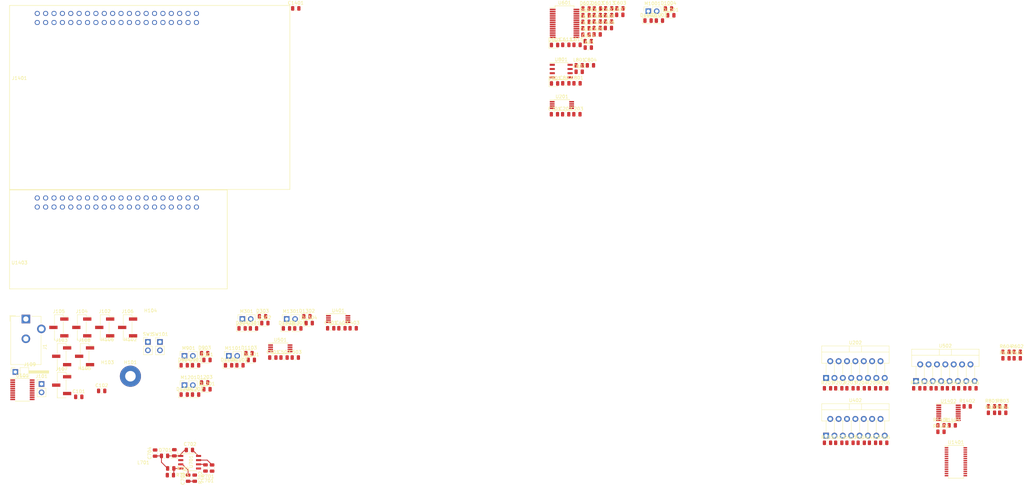
<source format=kicad_pcb>
(kicad_pcb (version 20171130) (host pcbnew "(5.0.1-3-g963ef8bb5)")
  (layers (0 F.Cu signal) (31 B.Cu signal) (34 B.Paste user) (35 F.Paste user) (36 B.SilkS user) (37 F.SilkS user) (38 B.Mask user) (39 F.Mask user) (44 Edge.Cuts user))
  (net 0 "")
  (net 1 "/Digital logic/HK0")
  (net 2 "Net-(R201-Pad2)")
  (net 3 "/Digital logic/HK1")
  (net 4 "Net-(R202-Pad2)")
  (net 5 GND)
  (net 6 "Net-(R205-Pad1)")
  (net 7 "Net-(R206-Pad1)")
  (net 8 "Net-(R401-Pad2)")
  (net 9 "/Digital logic/HK2")
  (net 10 "Net-(R402-Pad2)")
  (net 11 "/Digital logic/HK3")
  (net 12 "Net-(R405-Pad1)")
  (net 13 "Net-(R406-Pad1)")
  (net 14 "Net-(R501-Pad2)")
  (net 15 "/Digital logic/HK4")
  (net 16 "Net-(R502-Pad2)")
  (net 17 "/Digital logic/HK5")
  (net 18 "Net-(R505-Pad1)")
  (net 19 "Net-(R506-Pad1)")
  (net 20 "Net-(C601-Pad1)")
  (net 21 "Net-(C603-Pad1)")
  (net 22 "Net-(R602-Pad1)")
  (net 23 "Net-(C604-Pad2)")
  (net 24 "Net-(C611-Pad2)")
  (net 25 /VMOTOR)
  (net 26 "Net-(R701-Pad2)")
  (net 27 "Net-(C703-Pad2)")
  (net 28 "Net-(R703-Pad2)")
  (net 29 +5V)
  (net 30 "Net-(R801-Pad2)")
  (net 31 "Net-(C803-Pad2)")
  (net 32 "Net-(R803-Pad2)")
  (net 33 +7.5V)
  (net 34 "Net-(R1401-Pad1)")
  (net 35 "Net-(R1402-Pad1)")
  (net 36 /VIN_RAW)
  (net 37 /sheet5C45D717/V2)
  (net 38 /sheet5C45D717/V1)
  (net 39 "/Digital logic/POL1")
  (net 40 "/Digital logic/PWM1")
  (net 41 "/Digital logic/POL0")
  (net 42 "/Digital logic/PWM0")
  (net 43 +12V)
  (net 44 /Motor/V2)
  (net 45 /Motor/V1)
  (net 46 /sheet5C45DA5C/V1)
  (net 47 /sheet5C45DA5C/V2)
  (net 48 "/Digital logic/PWM2")
  (net 49 "/Digital logic/POL2")
  (net 50 "/Digital logic/PWM3")
  (net 51 "/Digital logic/POL3")
  (net 52 /sheet5C45DEF9/V1)
  (net 53 /sheet5C45DEF9/V2)
  (net 54 /sheet5C45F77A/V1)
  (net 55 /sheet5C45F77A/V2)
  (net 56 "/Digital logic/PWM4")
  (net 57 "/Digital logic/POL4")
  (net 58 "/Digital logic/PWM5")
  (net 59 "/Digital logic/POL5")
  (net 60 /sheet5C45FA3C/V1)
  (net 61 /sheet5C45FA3C/V2)
  (net 62 "/Digital logic/PWM6")
  (net 63 "/Digital logic/PWM7")
  (net 64 "/Digital logic/PWM8")
  (net 65 "/Digital logic/PWM9")
  (net 66 "/Digital logic/PWMA")
  (net 67 "/Digital logic/PWMB")
  (net 68 "/Digital logic/PWMC")
  (net 69 "/Digital logic/PWMD")
  (net 70 "/Digital logic/PWME")
  (net 71 "/Digital logic/PWMF")
  (net 72 "/Digital logic/~OE")
  (net 73 "Net-(J1401-Pad7)")
  (net 74 "/Digital logic/SCL")
  (net 75 "/Digital logic/SDA")
  (net 76 "Net-(U1402-Pad10)")
  (net 77 "/Battery Connection and Charge Management/BATT")
  (net 78 "Net-(C602-Pad2)")
  (net 79 "Net-(C605-Pad1)")
  (net 80 "Net-(C606-Pad1)")
  (net 81 "Net-(C607-Pad1)")
  (net 82 "Net-(C608-Pad1)")
  (net 83 "Net-(C609-Pad1)")
  (net 84 "Net-(C609-Pad2)")
  (net 85 "Net-(C612-Pad1)")
  (net 86 "/Battery Connection and Charge Management/CHRG_VL")
  (net 87 "Net-(C702-Pad1)")
  (net 88 "Net-(C702-Pad2)")
  (net 89 "Net-(C703-Pad1)")
  (net 90 "Net-(C802-Pad2)")
  (net 91 "Net-(C802-Pad1)")
  (net 92 "Net-(C803-Pad1)")
  (net 93 "Net-(J1-Pad1)")
  (net 94 "Net-(J102-Pad2)")
  (net 95 "Net-(J103-Pad2)")
  (net 96 "Net-(J104-Pad2)")
  (net 97 "Net-(J105-Pad2)")
  (net 98 "Net-(J106-Pad2)")
  (net 99 "Net-(J107-Pad2)")
  (net 100 "Net-(J108-Pad2)")
  (net 101 "/Battery Connection and Charge Management/THERM")
  (net 102 +3V3)
  (net 103 "Net-(J1401-Pad13)")
  (net 104 "/Battery Connection and Charge Management/~FASTCHRG")
  (net 105 "/Battery Connection and Charge Management/~FULLCHRG")
  (net 106 "Net-(J1401-Pad12)")
  (net 107 "Net-(J1401-Pad11)")
  (net 108 "Net-(J1401-Pad10)")
  (net 109 "Net-(J1401-Pad26)")
  (net 110 "Net-(J1401-Pad32)")
  (net 111 "Net-(J1401-Pad31)")
  (net 112 "Net-(J1401-Pad29)")
  (net 113 "Net-(J1401-Pad22)")
  (net 114 "Net-(J1401-Pad21)")
  (net 115 "Net-(J1401-Pad23)")
  (net 116 "Net-(J1401-Pad24)")
  (net 117 "Net-(J1401-Pad19)")
  (net 118 "/Battery Connection and Charge Management/~FAULT")
  (net 119 "Net-(J1401-Pad37)")
  (net 120 "Net-(J1401-Pad33)")
  (net 121 "Net-(U101-Pad9)")
  (net 122 "Net-(U101-Pad11)")
  (net 123 +5VL)
  (net 124 "Net-(U701-Pad2)")
  (net 125 "Net-(U801-Pad2)")
  (net 126 "Net-(U1403-Pad33)")
  (net 127 "Net-(U1403-Pad35)")
  (net 128 "Net-(U1403-Pad36)")
  (net 129 "Net-(U1403-Pad40)")
  (net 130 "Net-(U1403-Pad37)")
  (net 131 "Net-(U1403-Pad38)")
  (net 132 "Net-(U1403-Pad18)")
  (net 133 "Net-(U1403-Pad19)")
  (net 134 "Net-(U1403-Pad24)")
  (net 135 "Net-(U1403-Pad23)")
  (net 136 "Net-(U1403-Pad21)")
  (net 137 "Net-(U1403-Pad22)")
  (net 138 "Net-(U1403-Pad29)")
  (net 139 "Net-(U1403-Pad31)")
  (net 140 "Net-(U1403-Pad32)")
  (net 141 "Net-(U1403-Pad28)")
  (net 142 "Net-(U1403-Pad27)")
  (net 143 "Net-(U1403-Pad26)")
  (net 144 "Net-(U1403-Pad10)")
  (net 145 "Net-(U1403-Pad11)")
  (net 146 "Net-(U1403-Pad12)")
  (net 147 "Net-(U1403-Pad16)")
  (net 148 "Net-(U1403-Pad15)")
  (net 149 "Net-(U1403-Pad13)")
  (net 150 "Net-(U1403-Pad5)")
  (net 151 "Net-(U1403-Pad7)")
  (net 152 "Net-(U1403-Pad8)")
  (net 153 "Net-(U1403-Pad3)")
  (module Resistor_SMD:R_0805_2012Metric (layer F.Cu) (at 281.105001 136.475001)
    (fp_text reference R201 (at 0 -1.65) (layer F.SilkS))
    (fp_text value 1k)
    (pad 1 smd roundrect (at -0.9375 0) (size 0.975 1.4) (layers F.Cu F.Paste F.Mask) (net 1 "/Digital logic/HK0"))
    (pad 2 smd roundrect (at 0.9375 0) (size 0.975 1.4) (layers F.Cu F.Paste F.Mask) (net 2 "Net-(R201-Pad2)"))
  )
  (module Resistor_SMD:R_0805_2012Metric (layer F.Cu) (at 284.515001 136.475001)
    (fp_text reference R202 (at 0 -1.65) (layer F.SilkS))
    (fp_text value 1k)
    (pad 1 smd roundrect (at -0.9375 0) (size 0.975 1.4) (layers F.Cu F.Paste F.Mask) (net 3 "/Digital logic/HK1"))
    (pad 2 smd roundrect (at 0.9375 0) (size 0.975 1.4) (layers F.Cu F.Paste F.Mask) (net 4 "Net-(R202-Pad2)"))
  )
  (module Resistor_SMD:R_0805_2012Metric (layer F.Cu) (at 287.925001 136.475001)
    (fp_text reference R203 (at 0 -1.65) (layer F.SilkS))
    (fp_text value 10k)
    (pad 2 smd roundrect (at 0.9375 0) (size 0.975 1.4) (layers F.Cu F.Paste F.Mask) (net 5 GND))
    (pad 1 smd roundrect (at -0.9375 0) (size 0.975 1.4) (layers F.Cu F.Paste F.Mask) (net 2 "Net-(R201-Pad2)"))
  )
  (module Resistor_SMD:R_0805_2012Metric (layer F.Cu) (at 291.335001 136.475001)
    (fp_text reference R204 (at 0 -1.65) (layer F.SilkS))
    (fp_text value 10k)
    (pad 2 smd roundrect (at 0.9375 0) (size 0.975 1.4) (layers F.Cu F.Paste F.Mask) (net 5 GND))
    (pad 1 smd roundrect (at -0.9375 0) (size 0.975 1.4) (layers F.Cu F.Paste F.Mask) (net 4 "Net-(R202-Pad2)"))
  )
  (module Resistor_SMD:R_0805_2012Metric (layer F.Cu) (at 294.745001 136.475001)
    (fp_text reference R205 (at 0 -1.65) (layer F.SilkS))
    (fp_text value 200mR)
    (pad 2 smd roundrect (at 0.9375 0) (size 0.975 1.4) (layers F.Cu F.Paste F.Mask) (net 5 GND))
    (pad 1 smd roundrect (at -0.9375 0) (size 0.975 1.4) (layers F.Cu F.Paste F.Mask) (net 6 "Net-(R205-Pad1)"))
  )
  (module Resistor_SMD:R_0805_2012Metric (layer F.Cu) (at 298.155001 136.475001)
    (fp_text reference R206 (at 0 -1.65) (layer F.SilkS))
    (fp_text value 200mR)
    (pad 1 smd roundrect (at -0.9375 0) (size 0.975 1.4) (layers F.Cu F.Paste F.Mask) (net 7 "Net-(R206-Pad1)"))
    (pad 2 smd roundrect (at 0.9375 0) (size 0.975 1.4) (layers F.Cu F.Paste F.Mask) (net 5 GND))
  )
  (module Resistor_SMD:R_0805_2012Metric (layer F.Cu) (at 281.105001 153.005001)
    (fp_text reference R401 (at 0 -1.65) (layer F.SilkS))
    (fp_text value 1k)
    (pad 2 smd roundrect (at 0.9375 0) (size 0.975 1.4) (layers F.Cu F.Paste F.Mask) (net 8 "Net-(R401-Pad2)"))
    (pad 1 smd roundrect (at -0.9375 0) (size 0.975 1.4) (layers F.Cu F.Paste F.Mask) (net 9 "/Digital logic/HK2"))
  )
  (module Resistor_SMD:R_0805_2012Metric (layer F.Cu) (at 284.515001 153.005001)
    (fp_text reference R402 (at 0 -1.65) (layer F.SilkS))
    (fp_text value 1k)
    (pad 2 smd roundrect (at 0.9375 0) (size 0.975 1.4) (layers F.Cu F.Paste F.Mask) (net 10 "Net-(R402-Pad2)"))
    (pad 1 smd roundrect (at -0.9375 0) (size 0.975 1.4) (layers F.Cu F.Paste F.Mask) (net 11 "/Digital logic/HK3"))
  )
  (module Resistor_SMD:R_0805_2012Metric (layer F.Cu) (at 287.925001 153.005001)
    (fp_text reference R403 (at 0 -1.65) (layer F.SilkS))
    (fp_text value 10k)
    (pad 1 smd roundrect (at -0.9375 0) (size 0.975 1.4) (layers F.Cu F.Paste F.Mask) (net 8 "Net-(R401-Pad2)"))
    (pad 2 smd roundrect (at 0.9375 0) (size 0.975 1.4) (layers F.Cu F.Paste F.Mask) (net 5 GND))
  )
  (module Resistor_SMD:R_0805_2012Metric (layer F.Cu) (at 291.335001 153.005001)
    (fp_text reference R404 (at 0 -1.65) (layer F.SilkS))
    (fp_text value 10k)
    (pad 1 smd roundrect (at -0.9375 0) (size 0.975 1.4) (layers F.Cu F.Paste F.Mask) (net 10 "Net-(R402-Pad2)"))
    (pad 2 smd roundrect (at 0.9375 0) (size 0.975 1.4) (layers F.Cu F.Paste F.Mask) (net 5 GND))
  )
  (module Resistor_SMD:R_0805_2012Metric (layer F.Cu) (at 294.745001 153.005001)
    (fp_text reference R405 (at 0 -1.65) (layer F.SilkS))
    (fp_text value 200mR)
    (pad 2 smd roundrect (at 0.9375 0) (size 0.975 1.4) (layers F.Cu F.Paste F.Mask) (net 5 GND))
    (pad 1 smd roundrect (at -0.9375 0) (size 0.975 1.4) (layers F.Cu F.Paste F.Mask) (net 12 "Net-(R405-Pad1)"))
  )
  (module Resistor_SMD:R_0805_2012Metric (layer F.Cu) (at 298.155001 153.005001)
    (fp_text reference R406 (at 0 -1.65) (layer F.SilkS))
    (fp_text value 200mR)
    (pad 1 smd roundrect (at -0.9375 0) (size 0.975 1.4) (layers F.Cu F.Paste F.Mask) (net 13 "Net-(R406-Pad1)"))
    (pad 2 smd roundrect (at 0.9375 0) (size 0.975 1.4) (layers F.Cu F.Paste F.Mask) (net 5 GND))
  )
  (module Resistor_SMD:R_0805_2012Metric (layer F.Cu) (at 308.165001 136.475001)
    (fp_text reference R501 (at 0 -1.65) (layer F.SilkS))
    (fp_text value 1k)
    (pad 2 smd roundrect (at 0.9375 0) (size 0.975 1.4) (layers F.Cu F.Paste F.Mask) (net 14 "Net-(R501-Pad2)"))
    (pad 1 smd roundrect (at -0.9375 0) (size 0.975 1.4) (layers F.Cu F.Paste F.Mask) (net 15 "/Digital logic/HK4"))
  )
  (module Resistor_SMD:R_0805_2012Metric (layer F.Cu) (at 311.575001 136.475001)
    (fp_text reference R502 (at 0 -1.65) (layer F.SilkS))
    (fp_text value 1k)
    (pad 2 smd roundrect (at 0.9375 0) (size 0.975 1.4) (layers F.Cu F.Paste F.Mask) (net 16 "Net-(R502-Pad2)"))
    (pad 1 smd roundrect (at -0.9375 0) (size 0.975 1.4) (layers F.Cu F.Paste F.Mask) (net 17 "/Digital logic/HK5"))
  )
  (module Resistor_SMD:R_0805_2012Metric (layer F.Cu) (at 314.985001 136.475001)
    (fp_text reference R503 (at 0 -1.65) (layer F.SilkS))
    (fp_text value 10k)
    (pad 1 smd roundrect (at -0.9375 0) (size 0.975 1.4) (layers F.Cu F.Paste F.Mask) (net 14 "Net-(R501-Pad2)"))
    (pad 2 smd roundrect (at 0.9375 0) (size 0.975 1.4) (layers F.Cu F.Paste F.Mask) (net 5 GND))
  )
  (module Resistor_SMD:R_0805_2012Metric (layer F.Cu) (at 318.395001 136.475001)
    (fp_text reference R504 (at 0 -1.65) (layer F.SilkS))
    (fp_text value 10k)
    (pad 1 smd roundrect (at -0.9375 0) (size 0.975 1.4) (layers F.Cu F.Paste F.Mask) (net 16 "Net-(R502-Pad2)"))
    (pad 2 smd roundrect (at 0.9375 0) (size 0.975 1.4) (layers F.Cu F.Paste F.Mask) (net 5 GND))
  )
  (module Resistor_SMD:R_0805_2012Metric (layer F.Cu) (at 321.805001 136.475001)
    (fp_text reference R505 (at 0 -1.65) (layer F.SilkS))
    (fp_text value 200mR)
    (pad 1 smd roundrect (at -0.9375 0) (size 0.975 1.4) (layers F.Cu F.Paste F.Mask) (net 18 "Net-(R505-Pad1)"))
    (pad 2 smd roundrect (at 0.9375 0) (size 0.975 1.4) (layers F.Cu F.Paste F.Mask) (net 5 GND))
  )
  (module Resistor_SMD:R_0805_2012Metric (layer F.Cu) (at 325.215001 136.475001)
    (fp_text reference R506 (at 0 -1.65) (layer F.SilkS))
    (fp_text value 200mR)
    (pad 2 smd roundrect (at 0.9375 0) (size 0.975 1.4) (layers F.Cu F.Paste F.Mask) (net 5 GND))
    (pad 1 smd roundrect (at -0.9375 0) (size 0.975 1.4) (layers F.Cu F.Paste F.Mask) (net 19 "Net-(R506-Pad1)"))
  )
  (module Resistor_SMD:R_0805_2012Metric (layer F.Cu) (at 338.635001 127.385001)
    (fp_text reference R601 (at 0 -1.65) (layer F.SilkS))
    (fp_text value 10k)
    (pad 2 smd roundrect (at 0.9375 0) (size 0.975 1.4) (layers F.Cu F.Paste F.Mask) (net 20 "Net-(C601-Pad1)"))
    (pad 1 smd roundrect (at -0.9375 0) (size 0.975 1.4) (layers F.Cu F.Paste F.Mask) (net 21 "Net-(C603-Pad1)"))
  )
  (module Resistor_SMD:R_0805_2012Metric (layer F.Cu) (at 338.635001 125.435001)
    (fp_text reference R602 (at 0 -1.65) (layer F.SilkS))
    (fp_text value R)
    (pad 1 smd roundrect (at -0.9375 0) (size 0.975 1.4) (layers F.Cu F.Paste F.Mask) (net 22 "Net-(R602-Pad1)"))
    (pad 2 smd roundrect (at 0.9375 0) (size 0.975 1.4) (layers F.Cu F.Paste F.Mask) (net 5 GND))
  )
  (module Resistor_SMD:R_0805_2012Metric (layer F.Cu) (at 335.225001 127.385001)
    (fp_text reference R603 (at 0 -1.65) (layer F.SilkS))
    (fp_text value R)
    (pad 2 smd roundrect (at 0.9375 0) (size 0.975 1.4) (layers F.Cu F.Paste F.Mask) (net 23 "Net-(C604-Pad2)"))
    (pad 1 smd roundrect (at -0.9375 0) (size 0.975 1.4) (layers F.Cu F.Paste F.Mask) (net 22 "Net-(R602-Pad1)"))
  )
  (module Resistor_SMD:R_0805_2012Metric (layer F.Cu) (at 335.225001 125.435001)
    (fp_text reference R604 (at 0 -1.65) (layer F.SilkS))
    (fp_text value 0.05R)
    (pad 1 smd roundrect (at -0.9375 0) (size 0.975 1.4) (layers F.Cu F.Paste F.Mask) (net 24 "Net-(C611-Pad2)"))
    (pad 2 smd roundrect (at 0.9375 0) (size 0.975 1.4) (layers F.Cu F.Paste F.Mask) (net 25 /VMOTOR))
  )
  (module Resistor_SMD:R_0805_2012Metric (layer F.Cu) (at 92.5 160.6375 90)
    (fp_text reference R701 (at -2.5625 0.7 180) (layer F.SilkS))
    (fp_text value 200k)
    (pad 1 smd roundrect (at -0.9375 0 90) (size 0.975 1.4) (layers F.Cu F.Paste F.Mask) (net 5 GND))
    (pad 2 smd roundrect (at 0.9375 0 90) (size 0.975 1.4) (layers F.Cu F.Paste F.Mask) (net 26 "Net-(R701-Pad2)"))
  )
  (module Resistor_SMD:R_0805_2012Metric (layer F.Cu) (at 89.24 163.7345 90)
    (fp_text reference R702 (at 0.1625 1.7 90) (layer F.SilkS))
    (fp_text value 68k)
    (pad 2 smd roundrect (at 0.9375 0 90) (size 0.975 1.4) (layers F.Cu F.Paste F.Mask) (net 5 GND))
    (pad 1 smd roundrect (at -0.9375 0 90) (size 0.975 1.4) (layers F.Cu F.Paste F.Mask) (net 27 "Net-(C703-Pad2)"))
  )
  (module Resistor_SMD:R_0805_2012Metric (layer F.Cu) (at 81.8665 162.814)
    (fp_text reference R703 (at 3.6345 0 180) (layer F.SilkS))
    (fp_text value 10k)
    (pad 1 smd roundrect (at -0.9375 0) (size 0.975 1.4) (layers F.Cu F.Paste F.Mask) (net 5 GND))
    (pad 2 smd roundrect (at 0.9375 0) (size 0.975 1.4) (layers F.Cu F.Paste F.Mask) (net 28 "Net-(R703-Pad2)"))
  )
  (module Resistor_SMD:R_0805_2012Metric (layer F.Cu) (at 81.9635 160.782 180)
    (fp_text reference R704 (at -3.7315 0 180) (layer F.SilkS))
    (fp_text value 51k)
    (pad 2 smd roundrect (at 0.9375 0 180) (size 0.975 1.4) (layers F.Cu F.Paste F.Mask) (net 29 +5V))
    (pad 1 smd roundrect (at -0.9375 0 180) (size 0.975 1.4) (layers F.Cu F.Paste F.Mask) (net 28 "Net-(R703-Pad2)"))
  )
  (module Resistor_SMD:R_0805_2012Metric (layer F.Cu) (at 330.825001 141.965001)
    (fp_text reference R801 (at 0 -1.65) (layer F.SilkS))
    (fp_text value 200k)
    (pad 1 smd roundrect (at -0.9375 0) (size 0.975 1.4) (layers F.Cu F.Paste F.Mask) (net 5 GND))
    (pad 2 smd roundrect (at 0.9375 0) (size 0.975 1.4) (layers F.Cu F.Paste F.Mask) (net 30 "Net-(R801-Pad2)"))
  )
  (module Resistor_SMD:R_0805_2012Metric (layer F.Cu) (at 330.825001 143.915001)
    (fp_text reference R802 (at 0 -1.65) (layer F.SilkS))
    (fp_text value 68k)
    (pad 2 smd roundrect (at 0.9375 0) (size 0.975 1.4) (layers F.Cu F.Paste F.Mask) (net 5 GND))
    (pad 1 smd roundrect (at -0.9375 0) (size 0.975 1.4) (layers F.Cu F.Paste F.Mask) (net 31 "Net-(C803-Pad2)"))
  )
  (module Resistor_SMD:R_0805_2012Metric (layer F.Cu) (at 334.235001 141.965001)
    (fp_text reference R803 (at 0 -1.65) (layer F.SilkS))
    (fp_text value 10k)
    (pad 1 smd roundrect (at -0.9375 0) (size 0.975 1.4) (layers F.Cu F.Paste F.Mask) (net 5 GND))
    (pad 2 smd roundrect (at 0.9375 0) (size 0.975 1.4) (layers F.Cu F.Paste F.Mask) (net 32 "Net-(R803-Pad2)"))
  )
  (module Resistor_SMD:R_0805_2012Metric (layer F.Cu) (at 334.235001 143.915001)
    (fp_text reference R804 (at 0 -1.65) (layer F.SilkS))
    (fp_text value 75k)
    (pad 2 smd roundrect (at 0.9375 0) (size 0.975 1.4) (layers F.Cu F.Paste F.Mask) (net 33 +7.5V))
    (pad 1 smd roundrect (at -0.9375 0) (size 0.975 1.4) (layers F.Cu F.Paste F.Mask) (net 32 "Net-(R803-Pad2)"))
  )
  (module Resistor_SMD:R_0805_2012Metric (layer F.Cu) (at 315.515001 147.715001)
    (fp_text reference R1401 (at 0 -1.65) (layer F.SilkS))
    (fp_text value R)
    (pad 1 smd roundrect (at -0.9375 0) (size 0.975 1.4) (layers F.Cu F.Paste F.Mask) (net 34 "Net-(R1401-Pad1)"))
    (pad 2 smd roundrect (at 0.9375 0) (size 0.975 1.4) (layers F.Cu F.Paste F.Mask) (net 5 GND))
  )
  (module Resistor_SMD:R_0805_2012Metric (layer F.Cu) (at 323.465001 141.965001)
    (fp_text reference R1402 (at 0 -1.65) (layer F.SilkS))
    (fp_text value R)
    (pad 2 smd roundrect (at 0.9375 0) (size 0.975 1.4) (layers F.Cu F.Paste F.Mask) (net 5 GND))
    (pad 1 smd roundrect (at -0.9375 0) (size 0.975 1.4) (layers F.Cu F.Paste F.Mask) (net 35 "Net-(R1402-Pad1)"))
  )
  (module Resistor_SMD:R_0805_2012Metric (layer F.Cu) (at 315.515001 149.665001)
    (fp_text reference R1403 (at 0 -1.65) (layer F.SilkS))
    (fp_text value R)
    (pad 2 smd roundrect (at 0.9375 0) (size 0.975 1.4) (layers F.Cu F.Paste F.Mask) (net 34 "Net-(R1401-Pad1)"))
    (pad 1 smd roundrect (at -0.9375 0) (size 0.975 1.4) (layers F.Cu F.Paste F.Mask) (net 36 /VIN_RAW))
  )
  (module Resistor_SMD:R_0805_2012Metric (layer F.Cu) (at 318.925001 147.715001)
    (fp_text reference R1404 (at 0 -1.65) (layer F.SilkS))
    (fp_text value R)
    (pad 1 smd roundrect (at -0.9375 0) (size 0.975 1.4) (layers F.Cu F.Paste F.Mask) (net 35 "Net-(R1402-Pad1)"))
    (pad 2 smd roundrect (at 0.9375 0) (size 0.975 1.4) (layers F.Cu F.Paste F.Mask) (net 25 /VMOTOR))
  )
  (module Package_TO_SOT_THT:TO-220-15_P2.54x2.54mm_StaggerOdd_Lead4.58mm_Vertical (layer F.Cu) (at 280.67 133.35)
    (fp_text reference U202 (at 8.89 -10.7) (layer F.SilkS))
    (fp_text value L298HN)
    (pad 15 thru_hole oval (at 17.78 0) (size 1.8 1.8) (drill 1) (layers *.Cu *.Mask) (net 7 "Net-(R206-Pad1)"))
    (pad 14 thru_hole oval (at 16.51 -5.08) (size 1.8 1.8) (drill 1) (layers *.Cu *.Mask) (net 37 /sheet5C45D717/V2))
    (pad 13 thru_hole oval (at 15.24 0) (size 1.8 1.8) (drill 1) (layers *.Cu *.Mask) (net 38 /sheet5C45D717/V1))
    (pad 12 thru_hole oval (at 13.97 -5.08) (size 1.8 1.8) (drill 1) (layers *.Cu *.Mask) (net 39 "/Digital logic/POL1"))
    (pad 11 thru_hole oval (at 12.7 0) (size 1.8 1.8) (drill 1) (layers *.Cu *.Mask) (net 29 +5V))
    (pad 10 thru_hole oval (at 11.43 -5.08) (size 1.8 1.8) (drill 1) (layers *.Cu *.Mask) (net 40 "/Digital logic/PWM1"))
    (pad 9 thru_hole oval (at 10.16 0) (size 1.8 1.8) (drill 1) (layers *.Cu *.Mask) (net 29 +5V))
    (pad 8 thru_hole oval (at 8.89 -5.08) (size 1.8 1.8) (drill 1) (layers *.Cu *.Mask) (net 5 GND))
    (pad 7 thru_hole oval (at 7.62 0) (size 1.8 1.8) (drill 1) (layers *.Cu *.Mask) (net 41 "/Digital logic/POL0"))
    (pad 6 thru_hole oval (at 6.35 -5.08) (size 1.8 1.8) (drill 1) (layers *.Cu *.Mask) (net 29 +5V))
    (pad 5 thru_hole oval (at 5.08 0) (size 1.8 1.8) (drill 1) (layers *.Cu *.Mask) (net 42 "/Digital logic/PWM0"))
    (pad 4 thru_hole oval (at 3.81 -5.08) (size 1.8 1.8) (drill 1) (layers *.Cu *.Mask) (net 43 +12V))
    (pad 3 thru_hole oval (at 2.54 0) (size 1.8 1.8) (drill 1) (layers *.Cu *.Mask) (net 44 /Motor/V2))
    (pad 2 thru_hole oval (at 1.27 -5.08) (size 1.8 1.8) (drill 1) (layers *.Cu *.Mask) (net 45 /Motor/V1))
    (pad 1 thru_hole rect (at 0 0) (size 1.8 1.8) (drill 1) (layers *.Cu *.Mask) (net 6 "Net-(R205-Pad1)"))
  )
  (module Package_TO_SOT_THT:TO-220-15_P2.54x2.54mm_StaggerOdd_Lead4.58mm_Vertical (layer F.Cu) (at 280.67 150.845001)
    (fp_text reference U402 (at 8.89 -10.7) (layer F.SilkS))
    (fp_text value L298HN)
    (pad 1 thru_hole rect (at 0 0) (size 1.8 1.8) (drill 1) (layers *.Cu *.Mask) (net 12 "Net-(R405-Pad1)"))
    (pad 2 thru_hole oval (at 1.27 -5.08) (size 1.8 1.8) (drill 1) (layers *.Cu *.Mask) (net 46 /sheet5C45DA5C/V1))
    (pad 3 thru_hole oval (at 2.54 0) (size 1.8 1.8) (drill 1) (layers *.Cu *.Mask) (net 47 /sheet5C45DA5C/V2))
    (pad 4 thru_hole oval (at 3.81 -5.08) (size 1.8 1.8) (drill 1) (layers *.Cu *.Mask) (net 43 +12V))
    (pad 5 thru_hole oval (at 5.08 0) (size 1.8 1.8) (drill 1) (layers *.Cu *.Mask) (net 48 "/Digital logic/PWM2"))
    (pad 6 thru_hole oval (at 6.35 -5.08) (size 1.8 1.8) (drill 1) (layers *.Cu *.Mask) (net 29 +5V))
    (pad 7 thru_hole oval (at 7.62 0) (size 1.8 1.8) (drill 1) (layers *.Cu *.Mask) (net 49 "/Digital logic/POL2"))
    (pad 8 thru_hole oval (at 8.89 -5.08) (size 1.8 1.8) (drill 1) (layers *.Cu *.Mask) (net 5 GND))
    (pad 9 thru_hole oval (at 10.16 0) (size 1.8 1.8) (drill 1) (layers *.Cu *.Mask) (net 29 +5V))
    (pad 10 thru_hole oval (at 11.43 -5.08) (size 1.8 1.8) (drill 1) (layers *.Cu *.Mask) (net 50 "/Digital logic/PWM3"))
    (pad 11 thru_hole oval (at 12.7 0) (size 1.8 1.8) (drill 1) (layers *.Cu *.Mask) (net 29 +5V))
    (pad 12 thru_hole oval (at 13.97 -5.08) (size 1.8 1.8) (drill 1) (layers *.Cu *.Mask) (net 51 "/Digital logic/POL3"))
    (pad 13 thru_hole oval (at 15.24 0) (size 1.8 1.8) (drill 1) (layers *.Cu *.Mask) (net 52 /sheet5C45DEF9/V1))
    (pad 14 thru_hole oval (at 16.51 -5.08) (size 1.8 1.8) (drill 1) (layers *.Cu *.Mask) (net 53 /sheet5C45DEF9/V2))
    (pad 15 thru_hole oval (at 17.78 0) (size 1.8 1.8) (drill 1) (layers *.Cu *.Mask) (net 13 "Net-(R406-Pad1)"))
  )
  (module Package_TO_SOT_THT:TO-220-15_P2.54x2.54mm_StaggerOdd_Lead4.58mm_Vertical (layer F.Cu) (at 307.945001 134.315001)
    (fp_text reference U502 (at 8.89 -10.7) (layer F.SilkS))
    (fp_text value L298HN)
    (pad 1 thru_hole rect (at 0 0) (size 1.8 1.8) (drill 1) (layers *.Cu *.Mask) (net 18 "Net-(R505-Pad1)"))
    (pad 2 thru_hole oval (at 1.27 -5.08) (size 1.8 1.8) (drill 1) (layers *.Cu *.Mask) (net 54 /sheet5C45F77A/V1))
    (pad 3 thru_hole oval (at 2.54 0) (size 1.8 1.8) (drill 1) (layers *.Cu *.Mask) (net 55 /sheet5C45F77A/V2))
    (pad 4 thru_hole oval (at 3.81 -5.08) (size 1.8 1.8) (drill 1) (layers *.Cu *.Mask) (net 43 +12V))
    (pad 5 thru_hole oval (at 5.08 0) (size 1.8 1.8) (drill 1) (layers *.Cu *.Mask) (net 56 "/Digital logic/PWM4"))
    (pad 6 thru_hole oval (at 6.35 -5.08) (size 1.8 1.8) (drill 1) (layers *.Cu *.Mask) (net 29 +5V))
    (pad 7 thru_hole oval (at 7.62 0) (size 1.8 1.8) (drill 1) (layers *.Cu *.Mask) (net 57 "/Digital logic/POL4"))
    (pad 8 thru_hole oval (at 8.89 -5.08) (size 1.8 1.8) (drill 1) (layers *.Cu *.Mask) (net 5 GND))
    (pad 9 thru_hole oval (at 10.16 0) (size 1.8 1.8) (drill 1) (layers *.Cu *.Mask) (net 29 +5V))
    (pad 10 thru_hole oval (at 11.43 -5.08) (size 1.8 1.8) (drill 1) (layers *.Cu *.Mask) (net 58 "/Digital logic/PWM5"))
    (pad 11 thru_hole oval (at 12.7 0) (size 1.8 1.8) (drill 1) (layers *.Cu *.Mask) (net 29 +5V))
    (pad 12 thru_hole oval (at 13.97 -5.08) (size 1.8 1.8) (drill 1) (layers *.Cu *.Mask) (net 59 "/Digital logic/POL5"))
    (pad 13 thru_hole oval (at 15.24 0) (size 1.8 1.8) (drill 1) (layers *.Cu *.Mask) (net 60 /sheet5C45FA3C/V1))
    (pad 14 thru_hole oval (at 16.51 -5.08) (size 1.8 1.8) (drill 1) (layers *.Cu *.Mask) (net 61 /sheet5C45FA3C/V2))
    (pad 15 thru_hole oval (at 17.78 0) (size 1.8 1.8) (drill 1) (layers *.Cu *.Mask) (net 19 "Net-(R506-Pad1)"))
  )
  (module Package_SO:TSSOP-28_4.4x9.7mm_P0.65mm (layer F.Cu) (at 320.04 158.75)
    (fp_text reference U1401 (at 0 -5.9) (layer F.SilkS))
    (fp_text value PCA9685PW)
    (pad 1 smd rect (at -2.85 -4.225) (size 1.1 0.4) (layers F.Cu F.Paste F.Mask) (net 5 GND))
    (pad 2 smd rect (at -2.85 -3.575) (size 1.1 0.4) (layers F.Cu F.Paste F.Mask) (net 5 GND))
    (pad 3 smd rect (at -2.85 -2.925) (size 1.1 0.4) (layers F.Cu F.Paste F.Mask) (net 5 GND))
    (pad 4 smd rect (at -2.85 -2.275) (size 1.1 0.4) (layers F.Cu F.Paste F.Mask) (net 5 GND))
    (pad 5 smd rect (at -2.85 -1.625) (size 1.1 0.4) (layers F.Cu F.Paste F.Mask) (net 5 GND))
    (pad 6 smd rect (at -2.85 -0.975) (size 1.1 0.4) (layers F.Cu F.Paste F.Mask) (net 42 "/Digital logic/PWM0"))
    (pad 7 smd rect (at -2.85 -0.325) (size 1.1 0.4) (layers F.Cu F.Paste F.Mask) (net 40 "/Digital logic/PWM1"))
    (pad 8 smd rect (at -2.85 0.325) (size 1.1 0.4) (layers F.Cu F.Paste F.Mask) (net 48 "/Digital logic/PWM2"))
    (pad 9 smd rect (at -2.85 0.975) (size 1.1 0.4) (layers F.Cu F.Paste F.Mask) (net 50 "/Digital logic/PWM3"))
    (pad 10 smd rect (at -2.85 1.625) (size 1.1 0.4) (layers F.Cu F.Paste F.Mask) (net 56 "/Digital logic/PWM4"))
    (pad 11 smd rect (at -2.85 2.275) (size 1.1 0.4) (layers F.Cu F.Paste F.Mask) (net 58 "/Digital logic/PWM5"))
    (pad 12 smd rect (at -2.85 2.925) (size 1.1 0.4) (layers F.Cu F.Paste F.Mask) (net 62 "/Digital logic/PWM6"))
    (pad 13 smd rect (at -2.85 3.575) (size 1.1 0.4) (layers F.Cu F.Paste F.Mask) (net 63 "/Digital logic/PWM7"))
    (pad 14 smd rect (at -2.85 4.225) (size 1.1 0.4) (layers F.Cu F.Paste F.Mask) (net 5 GND))
    (pad 15 smd rect (at 2.85 4.225) (size 1.1 0.4) (layers F.Cu F.Paste F.Mask) (net 64 "/Digital logic/PWM8"))
    (pad 16 smd rect (at 2.85 3.575) (size 1.1 0.4) (layers F.Cu F.Paste F.Mask) (net 65 "/Digital logic/PWM9"))
    (pad 17 smd rect (at 2.85 2.925) (size 1.1 0.4) (layers F.Cu F.Paste F.Mask) (net 66 "/Digital logic/PWMA"))
    (pad 18 smd rect (at 2.85 2.275) (size 1.1 0.4) (layers F.Cu F.Paste F.Mask) (net 67 "/Digital logic/PWMB"))
    (pad 19 smd rect (at 2.85 1.625) (size 1.1 0.4) (layers F.Cu F.Paste F.Mask) (net 68 "/Digital logic/PWMC"))
    (pad 20 smd rect (at 2.85 0.975) (size 1.1 0.4) (layers F.Cu F.Paste F.Mask) (net 69 "/Digital logic/PWMD"))
    (pad 21 smd rect (at 2.85 0.325) (size 1.1 0.4) (layers F.Cu F.Paste F.Mask) (net 70 "/Digital logic/PWME"))
    (pad 22 smd rect (at 2.85 -0.325) (size 1.1 0.4) (layers F.Cu F.Paste F.Mask) (net 71 "/Digital logic/PWMF"))
    (pad 23 smd rect (at 2.85 -0.975) (size 1.1 0.4) (layers F.Cu F.Paste F.Mask) (net 72 "/Digital logic/~OE"))
    (pad 24 smd rect (at 2.85 -1.625) (size 1.1 0.4) (layers F.Cu F.Paste F.Mask) (net 5 GND))
    (pad 25 smd rect (at 2.85 -2.275) (size 1.1 0.4) (layers F.Cu F.Paste F.Mask) (net 73 "Net-(J1401-Pad7)"))
    (pad 26 smd rect (at 2.85 -2.925) (size 1.1 0.4) (layers F.Cu F.Paste F.Mask) (net 74 "/Digital logic/SCL"))
    (pad 27 smd rect (at 2.85 -3.575) (size 1.1 0.4) (layers F.Cu F.Paste F.Mask) (net 75 "/Digital logic/SDA"))
    (pad 28 smd rect (at 2.85 -4.225) (size 1.1 0.4) (layers F.Cu F.Paste F.Mask) (net 29 +5V))
  )
  (module Package_SO:TSSOP-16_4.4x5mm_P0.65mm (layer F.Cu) (at 317.785001 143.915001)
    (fp_text reference U1402 (at 0 -3.55) (layer F.SilkS))
    (fp_text value ADS7828)
    (pad 1 smd rect (at -2.95 -2.275) (size 1.5 0.45) (layers F.Cu F.Paste F.Mask) (net 1 "/Digital logic/HK0"))
    (pad 2 smd rect (at -2.95 -1.625) (size 1.5 0.45) (layers F.Cu F.Paste F.Mask) (net 3 "/Digital logic/HK1"))
    (pad 3 smd rect (at -2.95 -0.975) (size 1.5 0.45) (layers F.Cu F.Paste F.Mask) (net 9 "/Digital logic/HK2"))
    (pad 4 smd rect (at -2.95 -0.325) (size 1.5 0.45) (layers F.Cu F.Paste F.Mask) (net 11 "/Digital logic/HK3"))
    (pad 5 smd rect (at -2.95 0.325) (size 1.5 0.45) (layers F.Cu F.Paste F.Mask) (net 15 "/Digital logic/HK4"))
    (pad 6 smd rect (at -2.95 0.975) (size 1.5 0.45) (layers F.Cu F.Paste F.Mask) (net 17 "/Digital logic/HK5"))
    (pad 7 smd rect (at -2.95 1.625) (size 1.5 0.45) (layers F.Cu F.Paste F.Mask) (net 34 "Net-(R1401-Pad1)"))
    (pad 8 smd rect (at -2.95 2.275) (size 1.5 0.45) (layers F.Cu F.Paste F.Mask) (net 35 "Net-(R1402-Pad1)"))
    (pad 9 smd rect (at 2.95 2.275) (size 1.5 0.45) (layers F.Cu F.Paste F.Mask) (net 5 GND))
    (pad 10 smd rect (at 2.95 1.625) (size 1.5 0.45) (layers F.Cu F.Paste F.Mask) (net 76 "Net-(U1402-Pad10)"))
    (pad 11 smd rect (at 2.95 0.975) (size 1.5 0.45) (layers F.Cu F.Paste F.Mask) (net 5 GND))
    (pad 12 smd rect (at 2.95 0.325) (size 1.5 0.45) (layers F.Cu F.Paste F.Mask) (net 5 GND))
    (pad 13 smd rect (at 2.95 -0.325) (size 1.5 0.45) (layers F.Cu F.Paste F.Mask) (net 5 GND))
    (pad 14 smd rect (at 2.95 -0.975) (size 1.5 0.45) (layers F.Cu F.Paste F.Mask) (net 74 "/Digital logic/SCL"))
    (pad 15 smd rect (at 2.95 -1.625) (size 1.5 0.45) (layers F.Cu F.Paste F.Mask) (net 75 "/Digital logic/SDA"))
    (pad 16 smd rect (at 2.95 -2.275) (size 1.5 0.45) (layers F.Cu F.Paste F.Mask) (net 29 +5V))
  )
  (module Capacitor_SMD:C_0805_2012Metric (layer F.Cu) (at 54.075001 139.075001)
    (fp_text reference C101 (at 0 -1.65) (layer F.SilkS))
    (fp_text value 22uF)
    (pad 1 smd roundrect (at -0.9375 0) (size 0.975 1.4) (layers F.Cu F.Paste F.Mask) (net 77 "/Battery Connection and Charge Management/BATT"))
    (pad 2 smd roundrect (at 0.9375 0) (size 0.975 1.4) (layers F.Cu F.Paste F.Mask) (net 5 GND))
  )
  (module Capacitor_SMD:C_0805_2012Metric (layer F.Cu) (at 61.025001 137.275001)
    (fp_text reference C102 (at 0 -1.65) (layer F.SilkS))
    (fp_text value 0.1uF)
    (pad 2 smd roundrect (at 0.9375 0) (size 0.975 1.4) (layers F.Cu F.Paste F.Mask) (net 77 "/Battery Connection and Charge Management/BATT"))
    (pad 1 smd roundrect (at -0.9375 0) (size 0.975 1.4) (layers F.Cu F.Paste F.Mask) (net 5 GND))
  )
  (module Capacitor_SMD:C_0805_2012Metric (layer F.Cu) (at 198.305001 53.385001)
    (fp_text reference C201 (at 0 -1.65) (layer F.SilkS))
    (fp_text value 100nF)
    (pad 1 smd roundrect (at -0.9375 0) (size 0.975 1.4) (layers F.Cu F.Paste F.Mask) (net 5 GND))
    (pad 2 smd roundrect (at 0.9375 0) (size 0.975 1.4) (layers F.Cu F.Paste F.Mask) (net 29 +5V))
  )
  (module Capacitor_SMD:C_0805_2012Metric (layer F.Cu) (at 201.715001 53.385001)
    (fp_text reference C202 (at 0 -1.65) (layer F.SilkS))
    (fp_text value 100nF)
    (pad 2 smd roundrect (at 0.9375 0) (size 0.975 1.4) (layers F.Cu F.Paste F.Mask) (net 5 GND))
    (pad 1 smd roundrect (at -0.9375 0) (size 0.975 1.4) (layers F.Cu F.Paste F.Mask) (net 29 +5V))
  )
  (module Capacitor_SMD:C_0805_2012Metric (layer F.Cu) (at 205.125001 53.385001)
    (fp_text reference C203 (at 0 -1.65) (layer F.SilkS))
    (fp_text value 100nF)
    (pad 2 smd roundrect (at 0.9375 0) (size 0.975 1.4) (layers F.Cu F.Paste F.Mask) (net 43 +12V))
    (pad 1 smd roundrect (at -0.9375 0) (size 0.975 1.4) (layers F.Cu F.Paste F.Mask) (net 5 GND))
  )
  (module Capacitor_SMD:C_0805_2012Metric (layer F.Cu) (at 130.465001 118.275001)
    (fp_text reference C401 (at 0 -1.65) (layer F.SilkS))
    (fp_text value 100nF)
    (pad 2 smd roundrect (at 0.9375 0) (size 0.975 1.4) (layers F.Cu F.Paste F.Mask) (net 29 +5V))
    (pad 1 smd roundrect (at -0.9375 0) (size 0.975 1.4) (layers F.Cu F.Paste F.Mask) (net 5 GND))
  )
  (module Capacitor_SMD:C_0805_2012Metric (layer F.Cu) (at 133.875001 118.275001)
    (fp_text reference C402 (at 0 -1.65) (layer F.SilkS))
    (fp_text value 100nF)
    (pad 2 smd roundrect (at 0.9375 0) (size 0.975 1.4) (layers F.Cu F.Paste F.Mask) (net 5 GND))
    (pad 1 smd roundrect (at -0.9375 0) (size 0.975 1.4) (layers F.Cu F.Paste F.Mask) (net 29 +5V))
  )
  (module Capacitor_SMD:C_0805_2012Metric (layer F.Cu) (at 137.285001 118.275001)
    (fp_text reference C403 (at 0 -1.65) (layer F.SilkS))
    (fp_text value 100nF)
    (pad 1 smd roundrect (at -0.9375 0) (size 0.975 1.4) (layers F.Cu F.Paste F.Mask) (net 5 GND))
    (pad 2 smd roundrect (at 0.9375 0) (size 0.975 1.4) (layers F.Cu F.Paste F.Mask) (net 43 +12V))
  )
  (module Capacitor_SMD:C_0805_2012Metric (layer F.Cu) (at 112.915001 127.155001)
    (fp_text reference C501 (at 0 -1.65) (layer F.SilkS))
    (fp_text value 100nF)
    (pad 1 smd roundrect (at -0.9375 0) (size 0.975 1.4) (layers F.Cu F.Paste F.Mask) (net 5 GND))
    (pad 2 smd roundrect (at 0.9375 0) (size 0.975 1.4) (layers F.Cu F.Paste F.Mask) (net 29 +5V))
  )
  (module Capacitor_SMD:C_0805_2012Metric (layer F.Cu) (at 116.325001 127.155001)
    (fp_text reference C502 (at 0 -1.65) (layer F.SilkS))
    (fp_text value 100nF)
    (pad 2 smd roundrect (at 0.9375 0) (size 0.975 1.4) (layers F.Cu F.Paste F.Mask) (net 5 GND))
    (pad 1 smd roundrect (at -0.9375 0) (size 0.975 1.4) (layers F.Cu F.Paste F.Mask) (net 29 +5V))
  )
  (module Capacitor_SMD:C_0805_2012Metric (layer F.Cu) (at 119.735001 127.155001)
    (fp_text reference C503 (at 0 -1.65) (layer F.SilkS))
    (fp_text value 100nF)
    (pad 2 smd roundrect (at 0.9375 0) (size 0.975 1.4) (layers F.Cu F.Paste F.Mask) (net 43 +12V))
    (pad 1 smd roundrect (at -0.9375 0) (size 0.975 1.4) (layers F.Cu F.Paste F.Mask) (net 5 GND))
  )
  (module Capacitor_SMD:C_0805_2012Metric (layer F.Cu) (at 211.305001 25.285001)
    (fp_text reference C601 (at 0 -1.65) (layer F.SilkS))
    (fp_text value 0.1uF)
    (pad 1 smd roundrect (at -0.9375 0) (size 0.975 1.4) (layers F.Cu F.Paste F.Mask) (net 20 "Net-(C601-Pad1)"))
    (pad 2 smd roundrect (at 0.9375 0) (size 0.975 1.4) (layers F.Cu F.Paste F.Mask) (net 5 GND))
  )
  (module Capacitor_SMD:C_0805_2012Metric (layer F.Cu) (at 214.715001 23.335001)
    (fp_text reference C602 (at 0 -1.65) (layer F.SilkS))
    (fp_text value 0.1uF)
    (pad 1 smd roundrect (at -0.9375 0) (size 0.975 1.4) (layers F.Cu F.Paste F.Mask) (net 5 GND))
    (pad 2 smd roundrect (at 0.9375 0) (size 0.975 1.4) (layers F.Cu F.Paste F.Mask) (net 78 "Net-(C602-Pad2)"))
  )
  (module Capacitor_SMD:C_0805_2012Metric (layer F.Cu) (at 218.165001 21.295001)
    (fp_text reference C603 (at 0 -1.65) (layer F.SilkS))
    (fp_text value 1nF)
    (pad 2 smd roundrect (at 0.9375 0) (size 0.975 1.4) (layers F.Cu F.Paste F.Mask) (net 5 GND))
    (pad 1 smd roundrect (at -0.9375 0) (size 0.975 1.4) (layers F.Cu F.Paste F.Mask) (net 21 "Net-(C603-Pad1)"))
  )
  (module Capacitor_SMD:C_0805_2012Metric (layer F.Cu) (at 211.265001 27.235001)
    (fp_text reference C604 (at 0 -1.65) (layer F.SilkS))
    (fp_text value 1uF)
    (pad 2 smd roundrect (at 0.9375 0) (size 0.975 1.4) (layers F.Cu F.Paste F.Mask) (net 23 "Net-(C604-Pad2)"))
    (pad 1 smd roundrect (at -0.9375 0) (size 0.975 1.4) (layers F.Cu F.Paste F.Mask) (net 5 GND))
  )
  (module Capacitor_SMD:C_0805_2012Metric (layer F.Cu) (at 208.575001 31.225001)
    (fp_text reference C605 (at 0 -1.65) (layer F.SilkS))
    (fp_text value 0.1uF)
    (pad 1 smd roundrect (at -0.9375 0) (size 0.975 1.4) (layers F.Cu F.Paste F.Mask) (net 79 "Net-(C605-Pad1)"))
    (pad 2 smd roundrect (at 0.9375 0) (size 0.975 1.4) (layers F.Cu F.Paste F.Mask) (net 5 GND))
  )
  (module Capacitor_SMD:C_0805_2012Metric (layer F.Cu) (at 214.675001 27.235001)
    (fp_text reference C606 (at 0 -1.65) (layer F.SilkS))
    (fp_text value 0.1uF)
    (pad 2 smd roundrect (at 0.9375 0) (size 0.975 1.4) (layers F.Cu F.Paste F.Mask) (net 5 GND))
    (pad 1 smd roundrect (at -0.9375 0) (size 0.975 1.4) (layers F.Cu F.Paste F.Mask) (net 80 "Net-(C606-Pad1)"))
  )
  (module Capacitor_SMD:C_0805_2012Metric (layer F.Cu) (at 218.125001 23.245001)
    (fp_text reference C607 (at 0 -1.65) (layer F.SilkS))
    (fp_text value 1nF)
    (pad 2 smd roundrect (at 0.9375 0) (size 0.975 1.4) (layers F.Cu F.Paste F.Mask) (net 5 GND))
    (pad 1 smd roundrect (at -0.9375 0) (size 0.975 1.4) (layers F.Cu F.Paste F.Mask) (net 81 "Net-(C607-Pad1)"))
  )
  (module Capacitor_SMD:C_0805_2012Metric (layer F.Cu) (at 214.715001 25.285001)
    (fp_text reference C608 (at 0 -1.65) (layer F.SilkS))
    (fp_text value 1nF)
    (pad 1 smd roundrect (at -0.9375 0) (size 0.975 1.4) (layers F.Cu F.Paste F.Mask) (net 82 "Net-(C608-Pad1)"))
    (pad 2 smd roundrect (at 0.9375 0) (size 0.975 1.4) (layers F.Cu F.Paste F.Mask) (net 5 GND))
  )
  (module Capacitor_SMD:C_0805_2012Metric (layer F.Cu) (at 211.265001 29.185001)
    (fp_text reference C609 (at 0 -1.65) (layer F.SilkS))
    (fp_text value C)
    (pad 1 smd roundrect (at -0.9375 0) (size 0.975 1.4) (layers F.Cu F.Paste F.Mask) (net 83 "Net-(C609-Pad1)"))
    (pad 2 smd roundrect (at 0.9375 0) (size 0.975 1.4) (layers F.Cu F.Paste F.Mask) (net 84 "Net-(C609-Pad2)"))
  )
  (module Capacitor_SMD:C_0805_2012Metric (layer F.Cu) (at 207.855001 25.375001)
    (fp_text reference C610 (at 0 -1.65) (layer F.SilkS))
    (fp_text value 0.1uF)
    (pad 1 smd roundrect (at -0.9375 0) (size 0.975 1.4) (layers F.Cu F.Paste F.Mask) (net 5 GND))
    (pad 2 smd roundrect (at 0.9375 0) (size 0.975 1.4) (layers F.Cu F.Paste F.Mask) (net 25 /VMOTOR))
  )
  (module Capacitor_SMD:C_0805_2012Metric (layer F.Cu) (at 201.755001 32.345001)
    (fp_text reference C611 (at 0 -1.65) (layer F.SilkS))
    (fp_text value 0.1uF)
    (pad 1 smd roundrect (at -0.9375 0) (size 0.975 1.4) (layers F.Cu F.Paste F.Mask) (net 5 GND))
    (pad 2 smd roundrect (at 0.9375 0) (size 0.975 1.4) (layers F.Cu F.Paste F.Mask) (net 24 "Net-(C611-Pad2)"))
  )
  (module Capacitor_SMD:C_0805_2012Metric (layer F.Cu) (at 211.305001 23.335001)
    (fp_text reference C612 (at 0 -1.65) (layer F.SilkS))
    (fp_text value 0.1uF)
    (pad 2 smd roundrect (at 0.9375 0) (size 0.975 1.4) (layers F.Cu F.Paste F.Mask) (net 5 GND))
    (pad 1 smd roundrect (at -0.9375 0) (size 0.975 1.4) (layers F.Cu F.Paste F.Mask) (net 85 "Net-(C612-Pad1)"))
  )
  (module Capacitor_SMD:C_0805_2012Metric (layer F.Cu) (at 214.755001 21.295001)
    (fp_text reference C613 (at 0 -1.65) (layer F.SilkS))
    (fp_text value 0.22uF)
    (pad 2 smd roundrect (at 0.9375 0) (size 0.975 1.4) (layers F.Cu F.Paste F.Mask) (net 5 GND))
    (pad 1 smd roundrect (at -0.9375 0) (size 0.975 1.4) (layers F.Cu F.Paste F.Mask) (net 25 /VMOTOR))
  )
  (module Capacitor_SMD:C_0805_2012Metric (layer F.Cu) (at 207.855001 27.325001)
    (fp_text reference C614 (at 0 -1.65) (layer F.SilkS))
    (fp_text value 22uF)
    (pad 1 smd roundrect (at -0.9375 0) (size 0.975 1.4) (layers F.Cu F.Paste F.Mask) (net 25 /VMOTOR))
    (pad 2 smd roundrect (at 0.9375 0) (size 0.975 1.4) (layers F.Cu F.Paste F.Mask) (net 5 GND))
  )
  (module Capacitor_SMD:C_0805_2012Metric (layer F.Cu) (at 205.165001 32.345001)
    (fp_text reference C615 (at 0 -1.65) (layer F.SilkS))
    (fp_text value 4.7uF)
    (pad 2 smd roundrect (at 0.9375 0) (size 0.975 1.4) (layers F.Cu F.Paste F.Mask) (net 5 GND))
    (pad 1 smd roundrect (at -0.9375 0) (size 0.975 1.4) (layers F.Cu F.Paste F.Mask) (net 86 "/Battery Connection and Charge Management/CHRG_VL"))
  )
  (module Capacitor_SMD:C_0805_2012Metric (layer F.Cu) (at 207.855001 29.275001)
    (fp_text reference C616 (at 0 -1.65) (layer F.SilkS))
    (fp_text value 22uF)
    (pad 2 smd roundrect (at 0.9375 0) (size 0.975 1.4) (layers F.Cu F.Paste F.Mask) (net 5 GND))
    (pad 1 smd roundrect (at -0.9375 0) (size 0.975 1.4) (layers F.Cu F.Paste F.Mask) (net 25 /VMOTOR))
  )
  (module Capacitor_SMD:C_0805_2012Metric (layer F.Cu) (at 94.5 160.6625 270)
    (fp_text reference C701 (at 3.8375 1.4) (layer F.SilkS))
    (fp_text value C)
    (pad 2 smd roundrect (at 0.9375 0 270) (size 0.975 1.4) (layers F.Cu F.Paste F.Mask) (net 5 GND))
    (pad 1 smd roundrect (at -0.9375 0 270) (size 0.975 1.4) (layers F.Cu F.Paste F.Mask) (net 25 /VMOTOR))
  )
  (module Capacitor_SMD:C_0805_2012Metric (layer F.Cu) (at 87.63 155.194 180)
    (fp_text reference C702 (at -0.1755 1.778 180) (layer F.SilkS))
    (fp_text value C)
    (pad 1 smd roundrect (at -0.9375 0 180) (size 0.975 1.4) (layers F.Cu F.Paste F.Mask) (net 87 "Net-(C702-Pad1)"))
    (pad 2 smd roundrect (at 0.9375 0 180) (size 0.975 1.4) (layers F.Cu F.Paste F.Mask) (net 88 "Net-(C702-Pad2)"))
  )
  (module Capacitor_SMD:C_0805_2012Metric (layer F.Cu) (at 87.24 163.7345 270)
    (fp_text reference C703 (at 0.1375 1.6 270) (layer F.SilkS))
    (fp_text value 220pF)
    (pad 1 smd roundrect (at -0.9375 0 270) (size 0.975 1.4) (layers F.Cu F.Paste F.Mask) (net 89 "Net-(C703-Pad1)"))
    (pad 2 smd roundrect (at 0.9375 0 270) (size 0.975 1.4) (layers F.Cu F.Paste F.Mask) (net 27 "Net-(C703-Pad2)"))
  )
  (module Capacitor_SMD:C_0805_2012Metric (layer F.Cu) (at 77.216 156.1315 90)
    (fp_text reference C704 (at 0 -1.65 90) (layer F.SilkS))
    (fp_text value 220pF)
    (pad 1 smd roundrect (at -0.9375 0 90) (size 0.975 1.4) (layers F.Cu F.Paste F.Mask) (net 29 +5V))
    (pad 2 smd roundrect (at 0.9375 0 90) (size 0.975 1.4) (layers F.Cu F.Paste F.Mask) (net 5 GND))
  )
  (module Capacitor_SMD:C_0805_2012Metric (layer F.Cu) (at 205.165001 44.005001)
    (fp_text reference C801 (at 0 -1.65) (layer F.SilkS))
    (fp_text value C)
    (pad 1 smd roundrect (at -0.9375 0) (size 0.975 1.4) (layers F.Cu F.Paste F.Mask) (net 43 +12V))
    (pad 2 smd roundrect (at 0.9375 0) (size 0.975 1.4) (layers F.Cu F.Paste F.Mask) (net 5 GND))
  )
  (module Capacitor_SMD:C_0805_2012Metric (layer F.Cu) (at 201.755001 44.005001)
    (fp_text reference C802 (at 0 -1.65) (layer F.SilkS))
    (fp_text value C)
    (pad 2 smd roundrect (at 0.9375 0) (size 0.975 1.4) (layers F.Cu F.Paste F.Mask) (net 90 "Net-(C802-Pad2)"))
    (pad 1 smd roundrect (at -0.9375 0) (size 0.975 1.4) (layers F.Cu F.Paste F.Mask) (net 91 "Net-(C802-Pad1)"))
  )
  (module Capacitor_SMD:C_0805_2012Metric (layer F.Cu) (at 205.815001 40.505001)
    (fp_text reference C803 (at 0 -1.65) (layer F.SilkS))
    (fp_text value 220pF)
    (pad 2 smd roundrect (at 0.9375 0) (size 0.975 1.4) (layers F.Cu F.Paste F.Mask) (net 31 "Net-(C803-Pad2)"))
    (pad 1 smd roundrect (at -0.9375 0) (size 0.975 1.4) (layers F.Cu F.Paste F.Mask) (net 92 "Net-(C803-Pad1)"))
  )
  (module Capacitor_SMD:C_0805_2012Metric (layer F.Cu) (at 209.225001 38.555001)
    (fp_text reference C804 (at 0 -1.65) (layer F.SilkS))
    (fp_text value 220pF)
    (pad 1 smd roundrect (at -0.9375 0) (size 0.975 1.4) (layers F.Cu F.Paste F.Mask) (net 33 +7.5V))
    (pad 2 smd roundrect (at 0.9375 0) (size 0.975 1.4) (layers F.Cu F.Paste F.Mask) (net 5 GND))
  )
  (module Capacitor_SMD:C_0805_2012Metric (layer F.Cu) (at 119.875001 21.295001)
    (fp_text reference C1401 (at 0 -1.65) (layer F.SilkS))
    (fp_text value C)
    (pad 1 smd roundrect (at -0.9375 0) (size 0.975 1.4) (layers F.Cu F.Paste F.Mask) (net 29 +5V))
    (pad 2 smd roundrect (at 0.9375 0) (size 0.975 1.4) (layers F.Cu F.Paste F.Mask) (net 5 GND))
  )
  (module Diode_SMD:D_0805_2012Metric (layer F.Cu) (at 107.055001 118.320001)
    (fp_text reference D301 (at 0 -1.65) (layer F.SilkS))
    (fp_text value DIODE)
    (pad 1 smd roundrect (at -0.9375 0) (size 0.975 1.4) (layers F.Cu F.Paste F.Mask) (net 45 /Motor/V1))
    (pad 2 smd roundrect (at 0.9375 0) (size 0.975 1.4) (layers F.Cu F.Paste F.Mask) (net 43 +12V))
  )
  (module Diode_SMD:D_0805_2012Metric (layer F.Cu) (at 110.505001 116.710001)
    (fp_text reference D302 (at 0 -1.65) (layer F.SilkS))
    (fp_text value DIODE)
    (pad 2 smd roundrect (at 0.9375 0) (size 0.975 1.4) (layers F.Cu F.Paste F.Mask) (net 45 /Motor/V1))
    (pad 1 smd roundrect (at -0.9375 0) (size 0.975 1.4) (layers F.Cu F.Paste F.Mask) (net 5 GND))
  )
  (module Diode_SMD:D_0805_2012Metric (layer F.Cu) (at 109.805001 114.670001)
    (fp_text reference D303 (at 0 -1.65) (layer F.SilkS))
    (fp_text value DIODE)
    (pad 2 smd roundrect (at 0.9375 0) (size 0.975 1.4) (layers F.Cu F.Paste F.Mask) (net 43 +12V))
    (pad 1 smd roundrect (at -0.9375 0) (size 0.975 1.4) (layers F.Cu F.Paste F.Mask) (net 44 /Motor/V2))
  )
  (module Diode_SMD:D_0805_2012Metric (layer F.Cu) (at 103.605001 118.320001)
    (fp_text reference D304 (at 0 -1.65) (layer F.SilkS))
    (fp_text value DIODE)
    (pad 1 smd roundrect (at -0.9375 0) (size 0.975 1.4) (layers F.Cu F.Paste F.Mask) (net 5 GND))
    (pad 2 smd roundrect (at 0.9375 0) (size 0.975 1.4) (layers F.Cu F.Paste F.Mask) (net 44 /Motor/V2))
  )
  (module Diode_SMD:D_0805_2012Metric (layer F.Cu) (at 198.345001 32.390001)
    (fp_text reference D601 (at 0 -1.65) (layer F.SilkS))
    (fp_text value DIODE)
    (pad 1 smd roundrect (at -0.9375 0) (size 0.975 1.4) (layers F.Cu F.Paste F.Mask) (net 36 /VIN_RAW))
    (pad 2 smd roundrect (at 0.9375 0) (size 0.975 1.4) (layers F.Cu F.Paste F.Mask) (net 78 "Net-(C602-Pad2)"))
  )
  (module Diode_SMD:D_0805_2012Metric (layer F.Cu) (at 207.895001 21.340001)
    (fp_text reference D602 (at 0 -1.65) (layer F.SilkS))
    (fp_text value D_Schottky)
    (pad 1 smd roundrect (at -0.9375 0) (size 0.975 1.4) (layers F.Cu F.Paste F.Mask) (net 24 "Net-(C611-Pad2)"))
    (pad 2 smd roundrect (at 0.9375 0) (size 0.975 1.4) (layers F.Cu F.Paste F.Mask) (net 36 /VIN_RAW))
  )
  (module Diode_SMD:D_0805_2012Metric (layer F.Cu) (at 211.345001 21.340001)
    (fp_text reference D603 (at 0 -1.65) (layer F.SilkS))
    (fp_text value D_Schottky)
    (pad 2 smd roundrect (at 0.9375 0) (size 0.975 1.4) (layers F.Cu F.Paste F.Mask) (net 5 GND))
    (pad 1 smd roundrect (at -0.9375 0) (size 0.975 1.4) (layers F.Cu F.Paste F.Mask) (net 83 "Net-(C609-Pad1)"))
  )
  (module Diode_SMD:D_0805_2012Metric (layer F.Cu) (at 207.895001 23.380001)
    (fp_text reference D604 (at 0 -1.65) (layer F.SilkS))
    (fp_text value DIODE)
    (pad 1 smd roundrect (at -0.9375 0) (size 0.975 1.4) (layers F.Cu F.Paste F.Mask) (net 86 "/Battery Connection and Charge Management/CHRG_VL"))
    (pad 2 smd roundrect (at 0.9375 0) (size 0.975 1.4) (layers F.Cu F.Paste F.Mask) (net 84 "Net-(C609-Pad2)"))
  )
  (module Diode_SMD:D_0805_2012Metric (layer F.Cu) (at 83.058 156.0345 90)
    (fp_text reference D701 (at 0.8405 -2.794 180) (layer F.SilkS))
    (fp_text value D_Schottky)
    (pad 2 smd roundrect (at 0.9375 0 90) (size 0.975 1.4) (layers F.Cu F.Paste F.Mask) (net 5 GND))
    (pad 1 smd roundrect (at -0.9375 0 90) (size 0.975 1.4) (layers F.Cu F.Paste F.Mask) (net 88 "Net-(C702-Pad2)"))
  )
  (module Diode_SMD:D_0805_2012Metric (layer F.Cu) (at 198.345001 44.050001)
    (fp_text reference D801 (at 0 -1.65) (layer F.SilkS))
    (fp_text value D_Schottky)
    (pad 1 smd roundrect (at -0.9375 0) (size 0.975 1.4) (layers F.Cu F.Paste F.Mask) (net 90 "Net-(C802-Pad2)"))
    (pad 2 smd roundrect (at 0.9375 0) (size 0.975 1.4) (layers F.Cu F.Paste F.Mask) (net 5 GND))
  )
  (module Diode_SMD:D_0805_2012Metric (layer F.Cu) (at 92.955001 127.890001)
    (fp_text reference D901 (at 0 -1.65) (layer F.SilkS))
    (fp_text value DIODE)
    (pad 1 smd roundrect (at -0.9375 0) (size 0.975 1.4) (layers F.Cu F.Paste F.Mask) (net 38 /sheet5C45D717/V1))
    (pad 2 smd roundrect (at 0.9375 0) (size 0.975 1.4) (layers F.Cu F.Paste F.Mask) (net 43 +12V))
  )
  (module Diode_SMD:D_0805_2012Metric (layer F.Cu) (at 89.505001 129.500001)
    (fp_text reference D902 (at 0 -1.65) (layer F.SilkS))
    (fp_text value DIODE)
    (pad 1 smd roundrect (at -0.9375 0) (size 0.975 1.4) (layers F.Cu F.Paste F.Mask) (net 5 GND))
    (pad 2 smd roundrect (at 0.9375 0) (size 0.975 1.4) (layers F.Cu F.Paste F.Mask) (net 38 /sheet5C45D717/V1))
  )
  (module Diode_SMD:D_0805_2012Metric (layer F.Cu) (at 92.255001 125.850001)
    (fp_text reference D903 (at 0 -1.65) (layer F.SilkS))
    (fp_text value DIODE)
    (pad 1 smd roundrect (at -0.9375 0) (size 0.975 1.4) (layers F.Cu F.Paste F.Mask) (net 37 /sheet5C45D717/V2))
    (pad 2 smd roundrect (at 0.9375 0) (size 0.975 1.4) (layers F.Cu F.Paste F.Mask) (net 43 +12V))
  )
  (module Diode_SMD:D_0805_2012Metric (layer F.Cu) (at 86.055001 129.500001)
    (fp_text reference D904 (at 0 -1.65) (layer F.SilkS))
    (fp_text value DIODE)
    (pad 2 smd roundrect (at 0.9375 0) (size 0.975 1.4) (layers F.Cu F.Paste F.Mask) (net 37 /sheet5C45D717/V2))
    (pad 1 smd roundrect (at -0.9375 0) (size 0.975 1.4) (layers F.Cu F.Paste F.Mask) (net 5 GND))
  )
  (module Diode_SMD:D_0805_2012Metric (layer F.Cu) (at 233.595001 23.380001)
    (fp_text reference D1001 (at 0 -1.65) (layer F.SilkS))
    (fp_text value DIODE)
    (pad 2 smd roundrect (at 0.9375 0) (size 0.975 1.4) (layers F.Cu F.Paste F.Mask) (net 43 +12V))
    (pad 1 smd roundrect (at -0.9375 0) (size 0.975 1.4) (layers F.Cu F.Paste F.Mask) (net 46 /sheet5C45DA5C/V1))
  )
  (module Diode_SMD:D_0805_2012Metric (layer F.Cu) (at 226.695001 24.990001)
    (fp_text reference D1002 (at 0 -1.65) (layer F.SilkS))
    (fp_text value DIODE)
    (pad 2 smd roundrect (at 0.9375 0) (size 0.975 1.4) (layers F.Cu F.Paste F.Mask) (net 46 /sheet5C45DA5C/V1))
    (pad 1 smd roundrect (at -0.9375 0) (size 0.975 1.4) (layers F.Cu F.Paste F.Mask) (net 5 GND))
  )
  (module Diode_SMD:D_0805_2012Metric (layer F.Cu) (at 230.145001 24.990001)
    (fp_text reference D1003 (at 0 -1.65) (layer F.SilkS))
    (fp_text value DIODE)
    (pad 2 smd roundrect (at 0.9375 0) (size 0.975 1.4) (layers F.Cu F.Paste F.Mask) (net 43 +12V))
    (pad 1 smd roundrect (at -0.9375 0) (size 0.975 1.4) (layers F.Cu F.Paste F.Mask) (net 47 /sheet5C45DA5C/V2))
  )
  (module Diode_SMD:D_0805_2012Metric (layer F.Cu) (at 232.895001 21.340001)
    (fp_text reference D1004 (at 0 -1.65) (layer F.SilkS))
    (fp_text value DIODE)
    (pad 1 smd roundrect (at -0.9375 0) (size 0.975 1.4) (layers F.Cu F.Paste F.Mask) (net 5 GND))
    (pad 2 smd roundrect (at 0.9375 0) (size 0.975 1.4) (layers F.Cu F.Paste F.Mask) (net 47 /sheet5C45DA5C/V2))
  )
  (module Diode_SMD:D_0805_2012Metric (layer F.Cu) (at 106.405001 127.890001)
    (fp_text reference D1101 (at 0 -1.65) (layer F.SilkS))
    (fp_text value DIODE)
    (pad 1 smd roundrect (at -0.9375 0) (size 0.975 1.4) (layers F.Cu F.Paste F.Mask) (net 52 /sheet5C45DEF9/V1))
    (pad 2 smd roundrect (at 0.9375 0) (size 0.975 1.4) (layers F.Cu F.Paste F.Mask) (net 43 +12V))
  )
  (module Diode_SMD:D_0805_2012Metric (layer F.Cu) (at 102.955001 129.500001)
    (fp_text reference D1102 (at 0 -1.65) (layer F.SilkS))
    (fp_text value DIODE)
    (pad 2 smd roundrect (at 0.9375 0) (size 0.975 1.4) (layers F.Cu F.Paste F.Mask) (net 52 /sheet5C45DEF9/V1))
    (pad 1 smd roundrect (at -0.9375 0) (size 0.975 1.4) (layers F.Cu F.Paste F.Mask) (net 5 GND))
  )
  (module Diode_SMD:D_0805_2012Metric (layer F.Cu) (at 105.705001 125.850001)
    (fp_text reference D1103 (at 0 -1.65) (layer F.SilkS))
    (fp_text value DIODE)
    (pad 2 smd roundrect (at 0.9375 0) (size 0.975 1.4) (layers F.Cu F.Paste F.Mask) (net 43 +12V))
    (pad 1 smd roundrect (at -0.9375 0) (size 0.975 1.4) (layers F.Cu F.Paste F.Mask) (net 53 /sheet5C45DEF9/V2))
  )
  (module Diode_SMD:D_0805_2012Metric (layer F.Cu) (at 99.505001 129.500001)
    (fp_text reference D1104 (at 0 -1.65) (layer F.SilkS))
    (fp_text value DIODE)
    (pad 2 smd roundrect (at 0.9375 0) (size 0.975 1.4) (layers F.Cu F.Paste F.Mask) (net 53 /sheet5C45DEF9/V2))
    (pad 1 smd roundrect (at -0.9375 0) (size 0.975 1.4) (layers F.Cu F.Paste F.Mask) (net 5 GND))
  )
  (module Diode_SMD:D_0805_2012Metric (layer F.Cu) (at 92.955001 136.770001)
    (fp_text reference D1201 (at 0 -1.65) (layer F.SilkS))
    (fp_text value DIODE)
    (pad 2 smd roundrect (at 0.9375 0) (size 0.975 1.4) (layers F.Cu F.Paste F.Mask) (net 43 +12V))
    (pad 1 smd roundrect (at -0.9375 0) (size 0.975 1.4) (layers F.Cu F.Paste F.Mask) (net 54 /sheet5C45F77A/V1))
  )
  (module Diode_SMD:D_0805_2012Metric (layer F.Cu) (at 89.505001 138.380001)
    (fp_text reference D1202 (at 0 -1.65) (layer F.SilkS))
    (fp_text value DIODE)
    (pad 1 smd roundrect (at -0.9375 0) (size 0.975 1.4) (layers F.Cu F.Paste F.Mask) (net 5 GND))
    (pad 2 smd roundrect (at 0.9375 0) (size 0.975 1.4) (layers F.Cu F.Paste F.Mask) (net 54 /sheet5C45F77A/V1))
  )
  (module Diode_SMD:D_0805_2012Metric (layer F.Cu) (at 92.255001 134.730001)
    (fp_text reference D1203 (at 0 -1.65) (layer F.SilkS))
    (fp_text value DIODE)
    (pad 1 smd roundrect (at -0.9375 0) (size 0.975 1.4) (layers F.Cu F.Paste F.Mask) (net 55 /sheet5C45F77A/V2))
    (pad 2 smd roundrect (at 0.9375 0) (size 0.975 1.4) (layers F.Cu F.Paste F.Mask) (net 43 +12V))
  )
  (module Diode_SMD:D_0805_2012Metric (layer F.Cu) (at 86.055001 138.380001)
    (fp_text reference D1204 (at 0 -1.65) (layer F.SilkS))
    (fp_text value DIODE)
    (pad 2 smd roundrect (at 0.9375 0) (size 0.975 1.4) (layers F.Cu F.Paste F.Mask) (net 55 /sheet5C45F77A/V2))
    (pad 1 smd roundrect (at -0.9375 0) (size 0.975 1.4) (layers F.Cu F.Paste F.Mask) (net 5 GND))
  )
  (module Diode_SMD:D_0805_2012Metric (layer F.Cu) (at 120.505001 118.320001)
    (fp_text reference D1301 (at 0 -1.65) (layer F.SilkS))
    (fp_text value DIODE)
    (pad 2 smd roundrect (at 0.9375 0) (size 0.975 1.4) (layers F.Cu F.Paste F.Mask) (net 43 +12V))
    (pad 1 smd roundrect (at -0.9375 0) (size 0.975 1.4) (layers F.Cu F.Paste F.Mask) (net 60 /sheet5C45FA3C/V1))
  )
  (module Diode_SMD:D_0805_2012Metric (layer F.Cu) (at 123.255001 114.670001)
    (fp_text reference D1302 (at 0 -1.65) (layer F.SilkS))
    (fp_text value DIODE)
    (pad 1 smd roundrect (at -0.9375 0) (size 0.975 1.4) (layers F.Cu F.Paste F.Mask) (net 5 GND))
    (pad 2 smd roundrect (at 0.9375 0) (size 0.975 1.4) (layers F.Cu F.Paste F.Mask) (net 60 /sheet5C45FA3C/V1))
  )
  (module Diode_SMD:D_0805_2012Metric (layer F.Cu) (at 117.055001 118.320001)
    (fp_text reference D1303 (at 0 -1.65) (layer F.SilkS))
    (fp_text value DIODE)
    (pad 1 smd roundrect (at -0.9375 0) (size 0.975 1.4) (layers F.Cu F.Paste F.Mask) (net 61 /sheet5C45FA3C/V2))
    (pad 2 smd roundrect (at 0.9375 0) (size 0.975 1.4) (layers F.Cu F.Paste F.Mask) (net 43 +12V))
  )
  (module Diode_SMD:D_0805_2012Metric (layer F.Cu) (at 123.955001 116.710001)
    (fp_text reference D1304 (at 0 -1.65) (layer F.SilkS))
    (fp_text value DIODE)
    (pad 2 smd roundrect (at 0.9375 0) (size 0.975 1.4) (layers F.Cu F.Paste F.Mask) (net 61 /sheet5C45FA3C/V2))
    (pad 1 smd roundrect (at -0.9375 0) (size 0.975 1.4) (layers F.Cu F.Paste F.Mask) (net 5 GND))
  )
  (module MountingHole:MountingHole_3.2mm_M3_Pad (layer F.Cu) (at 69.745001 132.825001)
    (fp_text reference H101 (at 0 -4.2) (layer F.SilkS))
    (fp_text value MountingHole_Pad)
    (pad 1 thru_hole circle (at 0 0) (size 6.4 6.4) (drill 3.2) (layers *.Cu *.Mask) (net 5 GND))
  )
  (module MountingHole:MountingHole_3.2mm_M3 (layer F.Cu) (at 69.745001 125.875001)
    (fp_text reference H102 (at 0 -4.2) (layer F.SilkS))
    (fp_text value MountingHole)
    (pad 1 np_thru_hole circle (at 0 0) (size 3.2 3.2) (drill 3.2) (layers *.Cu *.Mask))
  )
  (module MountingHole:MountingHole_3.2mm_M3 (layer F.Cu) (at 62.795001 132.825001)
    (fp_text reference H103 (at 0 -4.2) (layer F.SilkS))
    (fp_text value MountingHole)
    (pad 1 np_thru_hole circle (at 0 0) (size 3.2 3.2) (drill 3.2) (layers *.Cu *.Mask))
  )
  (module MountingHole:MountingHole_3.2mm_M3 (layer F.Cu) (at 75.845001 117.125001)
    (fp_text reference H104 (at 0 -4.2) (layer F.SilkS))
    (fp_text value MountingHole)
    (pad 1 np_thru_hole circle (at 0 0) (size 3.2 3.2) (drill 3.2) (layers *.Cu *.Mask))
  )
  (module MountingHole:MountingHole_3.2mm_M3 (layer F.Cu) (at 55.845001 134.625001)
    (fp_text reference H105 (at 0 -4.2) (layer F.SilkS))
    (fp_text value MountingHole)
    (pad 1 np_thru_hole circle (at 0 0) (size 3.2 3.2) (drill 3.2) (layers *.Cu *.Mask))
  )
  (module MountingHole:MountingHole_3.2mm_M3 (layer F.Cu) (at 62.795001 125.875001)
    (fp_text reference H106 (at 0 -4.2) (layer F.SilkS))
    (fp_text value MountingHole)
    (pad 1 np_thru_hole circle (at 0 0) (size 3.2 3.2) (drill 3.2) (layers *.Cu *.Mask))
  )
  (module Connector_BarrelJack:BarrelJack_CUI_PJ-102AH_Horizontal (layer F.Cu) (at 38.045001 115.475001)
    (fp_text reference J1 (at 5.75 8.45 90) (layer F.SilkS))
    (fp_text value Barrel_Jack)
    (pad 1 thru_hole rect (at 0 0) (size 2.6 2.6) (drill 1.6) (layers *.Cu *.Mask) (net 93 "Net-(J1-Pad1)"))
    (pad 2 thru_hole circle (at 0 6) (size 2.6 2.6) (drill 1.6) (layers *.Cu *.Mask) (net 5 GND))
    (pad 3 thru_hole circle (at 4.7 3) (size 2.6 2.6) (drill 1.6) (layers *.Cu *.Mask))
  )
  (module Connector_PinHeader_2.54mm:PinHeader_1x02_P2.54mm_Vertical (layer F.Cu) (at 42.795001 135.175001)
    (fp_text reference J101 (at 0 -2.33) (layer F.SilkS))
    (fp_text value Conn_01x02)
    (pad 1 thru_hole rect (at 0 0) (size 1.7 1.7) (drill 1) (layers *.Cu *.Mask) (net 5 GND))
    (pad 2 thru_hole oval (at 0 2.54) (size 1.7 1.7) (drill 1) (layers *.Cu *.Mask) (net 77 "/Battery Connection and Charge Management/BATT"))
  )
  (module Connector_PinHeader_2.54mm:PinHeader_1x03_P2.54mm_Vertical_SMD_Pin1Right (layer F.Cu) (at 61.945001 118.025001)
    (fp_text reference J102 (at 0 -4.87) (layer F.SilkS))
    (fp_text value Conn_01x03)
    (pad 2 smd rect (at -1.655 0) (size 2.51 1) (layers F.Cu F.Paste F.Mask) (net 94 "Net-(J102-Pad2)"))
    (pad 1 smd rect (at 1.655 -2.54) (size 2.51 1) (layers F.Cu F.Paste F.Mask) (net 5 GND))
    (pad 3 smd rect (at 1.655 2.54) (size 2.51 1) (layers F.Cu F.Paste F.Mask) (net 33 +7.5V))
  )
  (module Connector_PinHeader_2.54mm:PinHeader_1x03_P2.54mm_Vertical_SMD_Pin1Right (layer F.Cu) (at 48.895001 126.775001)
    (fp_text reference J103 (at 0 -4.87) (layer F.SilkS))
    (fp_text value Conn_01x03)
    (pad 3 smd rect (at 1.655 2.54) (size 2.51 1) (layers F.Cu F.Paste F.Mask) (net 33 +7.5V))
    (pad 1 smd rect (at 1.655 -2.54) (size 2.51 1) (layers F.Cu F.Paste F.Mask) (net 5 GND))
    (pad 2 smd rect (at -1.655 0) (size 2.51 1) (layers F.Cu F.Paste F.Mask) (net 95 "Net-(J103-Pad2)"))
  )
  (module Connector_PinHeader_2.54mm:PinHeader_1x03_P2.54mm_Vertical_SMD_Pin1Right (layer F.Cu) (at 54.995001 118.025001)
    (fp_text reference J104 (at 0 -4.87) (layer F.SilkS))
    (fp_text value Conn_01x03)
    (pad 3 smd rect (at 1.655 2.54) (size 2.51 1) (layers F.Cu F.Paste F.Mask) (net 33 +7.5V))
    (pad 1 smd rect (at 1.655 -2.54) (size 2.51 1) (layers F.Cu F.Paste F.Mask) (net 5 GND))
    (pad 2 smd rect (at -1.655 0) (size 2.51 1) (layers F.Cu F.Paste F.Mask) (net 96 "Net-(J104-Pad2)"))
  )
  (module Connector_PinHeader_2.54mm:PinHeader_1x03_P2.54mm_Vertical_SMD_Pin1Right (layer F.Cu) (at 48.045001 118.025001)
    (fp_text reference J105 (at 0 -4.87) (layer F.SilkS))
    (fp_text value Conn_01x03)
    (pad 2 smd rect (at -1.655 0) (size 2.51 1) (layers F.Cu F.Paste F.Mask) (net 97 "Net-(J105-Pad2)"))
    (pad 1 smd rect (at 1.655 -2.54) (size 2.51 1) (layers F.Cu F.Paste F.Mask) (net 5 GND))
    (pad 3 smd rect (at 1.655 2.54) (size 2.51 1) (layers F.Cu F.Paste F.Mask) (net 33 +7.5V))
  )
  (module Connector_PinHeader_2.54mm:PinHeader_1x03_P2.54mm_Vertical_SMD_Pin1Right (layer F.Cu) (at 68.895001 118.025001)
    (fp_text reference J106 (at 0 -4.87) (layer F.SilkS))
    (fp_text value Conn_01x03)
    (pad 2 smd rect (at -1.655 0) (size 2.51 1) (layers F.Cu F.Paste F.Mask) (net 98 "Net-(J106-Pad2)"))
    (pad 1 smd rect (at 1.655 -2.54) (size 2.51 1) (layers F.Cu F.Paste F.Mask) (net 5 GND))
    (pad 3 smd rect (at 1.655 2.54) (size 2.51 1) (layers F.Cu F.Paste F.Mask) (net 33 +7.5V))
  )
  (module Connector_PinHeader_2.54mm:PinHeader_1x03_P2.54mm_Vertical_SMD_Pin1Right (layer F.Cu) (at 48.895001 135.525001)
    (fp_text reference J107 (at 0 -4.87) (layer F.SilkS))
    (fp_text value Conn_01x03)
    (pad 3 smd rect (at 1.655 2.54) (size 2.51 1) (layers F.Cu F.Paste F.Mask) (net 33 +7.5V))
    (pad 1 smd rect (at 1.655 -2.54) (size 2.51 1) (layers F.Cu F.Paste F.Mask) (net 5 GND))
    (pad 2 smd rect (at -1.655 0) (size 2.51 1) (layers F.Cu F.Paste F.Mask) (net 99 "Net-(J107-Pad2)"))
  )
  (module Connector_PinHeader_2.54mm:PinHeader_1x03_P2.54mm_Vertical_SMD_Pin1Right (layer F.Cu) (at 55.845001 126.775001)
    (fp_text reference J108 (at 0 -4.87) (layer F.SilkS))
    (fp_text value Conn_01x03)
    (pad 2 smd rect (at -1.655 0) (size 2.51 1) (layers F.Cu F.Paste F.Mask) (net 100 "Net-(J108-Pad2)"))
    (pad 1 smd rect (at 1.655 -2.54) (size 2.51 1) (layers F.Cu F.Paste F.Mask) (net 5 GND))
    (pad 3 smd rect (at 1.655 2.54) (size 2.51 1) (layers F.Cu F.Paste F.Mask) (net 33 +7.5V))
  )
  (module Connector_PinHeader_2.54mm:PinHeader_1x01_P2.54mm_Horizontal (layer F.Cu) (at 34.845001 131.525001)
    (fp_text reference J109 (at 4.385 -2.27) (layer F.SilkS))
    (fp_text value Conn_01x01)
    (pad 1 thru_hole rect (at 0 0) (size 1.7 1.7) (drill 1) (layers *.Cu *.Mask) (net 101 "/Battery Connection and Charge Management/THERM"))
  )
  (module Roverschemlib:raspi3 (layer F.Cu) (at 36.595001 47.195001)
    (fp_text reference J1401 (at -0.5 -4.75) (layer F.SilkS))
    (fp_text value Raspberry_Pi_2_3)
    (pad "" np_thru_hole circle (at 0 26) (size 2.75 2.75) (drill 2.75) (layers *.Cu *.Mask))
    (pad "" np_thru_hole circle (at 58 26) (size 2.75 2.75) (drill 2.75) (layers *.Cu *.Mask))
    (pad "" np_thru_hole circle (at 0 -23) (size 2.75 2.75) (drill 2.75) (layers *.Cu *.Mask))
    (pad "" np_thru_hole circle (at 58 -23) (size 2.75 2.75) (drill 2.75) (layers *.Cu *.Mask))
    (pad 2 thru_hole circle (at 4.9 -24.375) (size 1.524 1.524) (drill 1.016) (layers *.Cu *.Mask) (net 29 +5V))
    (pad 1 thru_hole circle (at 4.9 -21.625) (size 1.524 1.524) (drill 1.016) (layers *.Cu *.Mask) (net 102 +3V3))
    (pad 3 thru_hole circle (at 7.44 -21.625) (size 1.524 1.524) (drill 1.016) (layers *.Cu *.Mask) (net 75 "/Digital logic/SDA"))
    (pad 4 thru_hole circle (at 7.44 -24.375) (size 1.524 1.524) (drill 1.016) (layers *.Cu *.Mask) (net 29 +5V))
    (pad 8 thru_hole circle (at 12.52 -24.375) (size 1.524 1.524) (drill 1.016) (layers *.Cu *.Mask) (net 72 "/Digital logic/~OE"))
    (pad 7 thru_hole circle (at 12.52 -21.625) (size 1.524 1.524) (drill 1.016) (layers *.Cu *.Mask) (net 73 "Net-(J1401-Pad7)"))
    (pad 5 thru_hole circle (at 9.98 -21.625) (size 1.524 1.524) (drill 1.016) (layers *.Cu *.Mask) (net 74 "/Digital logic/SCL"))
    (pad 6 thru_hole circle (at 9.98 -24.375) (size 1.524 1.524) (drill 1.016) (layers *.Cu *.Mask) (net 5 GND))
    (pad 14 thru_hole circle (at 20.14 -24.375) (size 1.524 1.524) (drill 1.016) (layers *.Cu *.Mask) (net 5 GND))
    (pad 13 thru_hole circle (at 20.14 -21.625) (size 1.524 1.524) (drill 1.016) (layers *.Cu *.Mask) (net 103 "Net-(J1401-Pad13)"))
    (pad 15 thru_hole circle (at 22.68 -21.625) (size 1.524 1.524) (drill 1.016) (layers *.Cu *.Mask) (net 104 "/Battery Connection and Charge Management/~FASTCHRG"))
    (pad 16 thru_hole circle (at 22.68 -24.375) (size 1.524 1.524) (drill 1.016) (layers *.Cu *.Mask) (net 105 "/Battery Connection and Charge Management/~FULLCHRG"))
    (pad 12 thru_hole circle (at 17.6 -24.375) (size 1.524 1.524) (drill 1.016) (layers *.Cu *.Mask) (net 106 "Net-(J1401-Pad12)"))
    (pad 11 thru_hole circle (at 17.6 -21.625) (size 1.524 1.524) (drill 1.016) (layers *.Cu *.Mask) (net 107 "Net-(J1401-Pad11)"))
    (pad 9 thru_hole circle (at 15.06 -21.625) (size 1.524 1.524) (drill 1.016) (layers *.Cu *.Mask) (net 5 GND))
    (pad 10 thru_hole circle (at 15.06 -24.375) (size 1.524 1.524) (drill 1.016) (layers *.Cu *.Mask) (net 108 "Net-(J1401-Pad10)"))
    (pad 26 thru_hole circle (at 35.38 -24.375) (size 1.524 1.524) (drill 1.016) (layers *.Cu *.Mask) (net 109 "Net-(J1401-Pad26)"))
    (pad 25 thru_hole circle (at 35.38 -21.625) (size 1.524 1.524) (drill 1.016) (layers *.Cu *.Mask) (net 5 GND))
    (pad 27 thru_hole circle (at 37.92 -21.625) (size 1.524 1.524) (drill 1.016) (layers *.Cu *.Mask) (net 57 "/Digital logic/POL4"))
    (pad 28 thru_hole circle (at 37.92 -24.375) (size 1.524 1.524) (drill 1.016) (layers *.Cu *.Mask) (net 59 "/Digital logic/POL5"))
    (pad 32 thru_hole circle (at 43 -24.375) (size 1.524 1.524) (drill 1.016) (layers *.Cu *.Mask) (net 110 "Net-(J1401-Pad32)"))
    (pad 31 thru_hole circle (at 43 -21.625) (size 1.524 1.524) (drill 1.016) (layers *.Cu *.Mask) (net 111 "Net-(J1401-Pad31)"))
    (pad 29 thru_hole circle (at 40.46 -21.625) (size 1.524 1.524) (drill 1.016) (layers *.Cu *.Mask) (net 112 "Net-(J1401-Pad29)"))
    (pad 30 thru_hole circle (at 40.46 -24.375) (size 1.524 1.524) (drill 1.016) (layers *.Cu *.Mask) (net 5 GND))
    (pad 22 thru_hole circle (at 30.3 -24.375) (size 1.524 1.524) (drill 1.016) (layers *.Cu *.Mask) (net 113 "Net-(J1401-Pad22)"))
    (pad 21 thru_hole circle (at 30.3 -21.625) (size 1.524 1.524) (drill 1.016) (layers *.Cu *.Mask) (net 114 "Net-(J1401-Pad21)"))
    (pad 23 thru_hole circle (at 32.84 -21.625) (size 1.524 1.524) (drill 1.016) (layers *.Cu *.Mask) (net 115 "Net-(J1401-Pad23)"))
    (pad 24 thru_hole circle (at 32.84 -24.375) (size 1.524 1.524) (drill 1.016) (layers *.Cu *.Mask) (net 116 "Net-(J1401-Pad24)"))
    (pad 20 thru_hole circle (at 27.76 -24.375) (size 1.524 1.524) (drill 1.016) (layers *.Cu *.Mask) (net 5 GND))
    (pad 19 thru_hole circle (at 27.76 -21.625) (size 1.524 1.524) (drill 1.016) (layers *.Cu *.Mask) (net 117 "Net-(J1401-Pad19)"))
    (pad 17 thru_hole circle (at 25.22 -21.625) (size 1.524 1.524) (drill 1.016) (layers *.Cu *.Mask) (net 102 +3V3))
    (pad 18 thru_hole circle (at 25.22 -24.375) (size 1.524 1.524) (drill 1.016) (layers *.Cu *.Mask) (net 118 "/Battery Connection and Charge Management/~FAULT"))
    (pad 38 thru_hole circle (at 50.62 -24.375) (size 1.524 1.524) (drill 1.016) (layers *.Cu *.Mask) (net 39 "/Digital logic/POL1"))
    (pad 37 thru_hole circle (at 50.62 -21.625) (size 1.524 1.524) (drill 1.016) (layers *.Cu *.Mask) (net 119 "Net-(J1401-Pad37)"))
    (pad 39 thru_hole circle (at 53.16 -21.625) (size 1.524 1.524) (drill 1.016) (layers *.Cu *.Mask) (net 5 GND))
    (pad 40 thru_hole circle (at 53.16 -24.375) (size 1.524 1.524) (drill 1.016) (layers *.Cu *.Mask) (net 49 "/Digital logic/POL2"))
    (pad 36 thru_hole circle (at 48.08 -24.375) (size 1.524 1.524) (drill 1.016) (layers *.Cu *.Mask) (net 51 "/Digital logic/POL3"))
    (pad 35 thru_hole circle (at 48.08 -21.625) (size 1.524 1.524) (drill 1.016) (layers *.Cu *.Mask) (net 41 "/Digital logic/POL0"))
    (pad 33 thru_hole circle (at 45.54 -21.625) (size 1.524 1.524) (drill 1.016) (layers *.Cu *.Mask) (net 120 "Net-(J1401-Pad33)"))
    (pad 34 thru_hole circle (at 45.54 -24.375) (size 1.524 1.524) (drill 1.016) (layers *.Cu *.Mask) (net 5 GND))
  )
  (module Inductor_SMD:L_0805_2012Metric (layer F.Cu) (at 208.575001 33.175001)
    (fp_text reference L601 (at 0 -1.65) (layer F.SilkS))
    (fp_text value INDUCTOR)
    (pad 1 smd roundrect (at -0.9375 0) (size 0.975 1.4) (layers F.Cu F.Paste F.Mask) (net 83 "Net-(C609-Pad1)"))
    (pad 2 smd roundrect (at 0.9375 0) (size 0.975 1.4) (layers F.Cu F.Paste F.Mask) (net 85 "Net-(C612-Pad1)"))
  )
  (module Inductor_SMD:L_0805_2012Metric (layer F.Cu) (at 80.0885 156.972 180)
    (fp_text reference L701 (at 6.4285 -2.032 180) (layer F.SilkS))
    (fp_text value L)
    (pad 2 smd roundrect (at 0.9375 0 180) (size 0.975 1.4) (layers F.Cu F.Paste F.Mask) (net 29 +5V))
    (pad 1 smd roundrect (at -0.9375 0 180) (size 0.975 1.4) (layers F.Cu F.Paste F.Mask) (net 88 "Net-(C702-Pad2)"))
  )
  (module Inductor_SMD:L_0805_2012Metric (layer F.Cu) (at 205.815001 38.555001)
    (fp_text reference L801 (at 0 -1.65) (layer F.SilkS))
    (fp_text value L)
    (pad 1 smd roundrect (at -0.9375 0) (size 0.975 1.4) (layers F.Cu F.Paste F.Mask) (net 90 "Net-(C802-Pad2)"))
    (pad 2 smd roundrect (at 0.9375 0) (size 0.975 1.4) (layers F.Cu F.Paste F.Mask) (net 33 +7.5V))
  )
  (module Connector_PinHeader_2.54mm:PinHeader_2x01_P2.54mm_Vertical (layer F.Cu) (at 103.685001 115.475001)
    (fp_text reference M301 (at 1.27 -2.33) (layer F.SilkS))
    (fp_text value Motor_DC)
    (pad 2 thru_hole oval (at 2.54 0) (size 1.7 1.7) (drill 1) (layers *.Cu *.Mask) (net 44 /Motor/V2))
    (pad 1 thru_hole rect (at 0 0) (size 1.7 1.7) (drill 1) (layers *.Cu *.Mask) (net 45 /Motor/V1))
  )
  (module Connector_PinHeader_2.54mm:PinHeader_2x01_P2.54mm_Vertical (layer F.Cu) (at 86.135001 126.655001)
    (fp_text reference M901 (at 1.27 -2.33) (layer F.SilkS))
    (fp_text value Motor_DC)
    (pad 1 thru_hole rect (at 0 0) (size 1.7 1.7) (drill 1) (layers *.Cu *.Mask) (net 38 /sheet5C45D717/V1))
    (pad 2 thru_hole oval (at 2.54 0) (size 1.7 1.7) (drill 1) (layers *.Cu *.Mask) (net 37 /sheet5C45D717/V2))
  )
  (module Connector_PinHeader_2.54mm:PinHeader_2x01_P2.54mm_Vertical (layer F.Cu) (at 226.775001 22.145001)
    (fp_text reference M1001 (at 1.27 -2.33) (layer F.SilkS))
    (fp_text value Motor_DC)
    (pad 2 thru_hole oval (at 2.54 0) (size 1.7 1.7) (drill 1) (layers *.Cu *.Mask) (net 47 /sheet5C45DA5C/V2))
    (pad 1 thru_hole rect (at 0 0) (size 1.7 1.7) (drill 1) (layers *.Cu *.Mask) (net 46 /sheet5C45DA5C/V1))
  )
  (module Connector_PinHeader_2.54mm:PinHeader_2x01_P2.54mm_Vertical (layer F.Cu) (at 99.585001 126.655001)
    (fp_text reference M1101 (at 1.27 -2.33) (layer F.SilkS))
    (fp_text value Motor_DC)
    (pad 1 thru_hole rect (at 0 0) (size 1.7 1.7) (drill 1) (layers *.Cu *.Mask) (net 52 /sheet5C45DEF9/V1))
    (pad 2 thru_hole oval (at 2.54 0) (size 1.7 1.7) (drill 1) (layers *.Cu *.Mask) (net 53 /sheet5C45DEF9/V2))
  )
  (module Connector_PinHeader_2.54mm:PinHeader_2x01_P2.54mm_Vertical (layer F.Cu) (at 86.135001 135.535001)
    (fp_text reference M1201 (at 1.27 -2.33) (layer F.SilkS))
    (fp_text value Motor_DC)
    (pad 2 thru_hole oval (at 2.54 0) (size 1.7 1.7) (drill 1) (layers *.Cu *.Mask) (net 55 /sheet5C45F77A/V2))
    (pad 1 thru_hole rect (at 0 0) (size 1.7 1.7) (drill 1) (layers *.Cu *.Mask) (net 54 /sheet5C45F77A/V1))
  )
  (module Connector_PinHeader_2.54mm:PinHeader_2x01_P2.54mm_Vertical (layer F.Cu) (at 117.135001 115.475001)
    (fp_text reference M1301 (at 1.27 -2.33) (layer F.SilkS))
    (fp_text value Motor_DC)
    (pad 1 thru_hole rect (at 0 0) (size 1.7 1.7) (drill 1) (layers *.Cu *.Mask) (net 60 /sheet5C45FA3C/V1))
    (pad 2 thru_hole oval (at 2.54 0) (size 1.7 1.7) (drill 1) (layers *.Cu *.Mask) (net 61 /sheet5C45FA3C/V2))
  )
  (module Connector_PinHeader_2.54mm:PinHeader_1x02_P2.54mm_Vertical (layer F.Cu) (at 75.045001 122.425001)
    (fp_text reference SW1 (at 0 -2.33) (layer F.SilkS))
    (fp_text value KILLSWITCH)
    (pad 1 thru_hole rect (at 0 0) (size 1.7 1.7) (drill 1) (layers *.Cu *.Mask) (net 93 "Net-(J1-Pad1)"))
    (pad 2 thru_hole oval (at 0 2.54) (size 1.7 1.7) (drill 1) (layers *.Cu *.Mask) (net 36 /VIN_RAW))
  )
  (module Connector_PinHeader_2.54mm:PinHeader_1x02_P2.54mm_Vertical (layer F.Cu) (at 78.695001 122.425001)
    (fp_text reference SW101 (at 0 -2.33) (layer F.SilkS))
    (fp_text value CHARGING)
    (pad 2 thru_hole oval (at 0 2.54) (size 1.7 1.7) (drill 1) (layers *.Cu *.Mask) (net 43 +12V))
    (pad 1 thru_hole rect (at 0 0) (size 1.7 1.7) (drill 1) (layers *.Cu *.Mask) (net 25 /VMOTOR))
  )
  (module Package_SO:TSSOP-20_4.4x6.5mm_P0.65mm (layer F.Cu) (at 36.995001 136.925001)
    (fp_text reference U101 (at 0 -4.3) (layer F.SilkS))
    (fp_text value 74HCT244)
    (pad 1 smd rect (at -2.95 -2.925) (size 1.45 0.45) (layers F.Cu F.Paste F.Mask) (net 5 GND))
    (pad 2 smd rect (at -2.95 -2.275) (size 1.45 0.45) (layers F.Cu F.Paste F.Mask) (net 62 "/Digital logic/PWM6"))
    (pad 3 smd rect (at -2.95 -1.625) (size 1.45 0.45) (layers F.Cu F.Paste F.Mask) (net 99 "Net-(J107-Pad2)"))
    (pad 4 smd rect (at -2.95 -0.975) (size 1.45 0.45) (layers F.Cu F.Paste F.Mask) (net 63 "/Digital logic/PWM7"))
    (pad 5 smd rect (at -2.95 -0.325) (size 1.45 0.45) (layers F.Cu F.Paste F.Mask) (net 100 "Net-(J108-Pad2)"))
    (pad 6 smd rect (at -2.95 0.325) (size 1.45 0.45) (layers F.Cu F.Paste F.Mask) (net 64 "/Digital logic/PWM8"))
    (pad 7 smd rect (at -2.95 0.975) (size 1.45 0.45) (layers F.Cu F.Paste F.Mask) (net 94 "Net-(J102-Pad2)"))
    (pad 8 smd rect (at -2.95 1.625) (size 1.45 0.45) (layers F.Cu F.Paste F.Mask) (net 65 "/Digital logic/PWM9"))
    (pad 9 smd rect (at -2.95 2.275) (size 1.45 0.45) (layers F.Cu F.Paste F.Mask) (net 121 "Net-(U101-Pad9)"))
    (pad 10 smd rect (at -2.95 2.925) (size 1.45 0.45) (layers F.Cu F.Paste F.Mask) (net 5 GND))
    (pad 11 smd rect (at 2.95 2.925) (size 1.45 0.45) (layers F.Cu F.Paste F.Mask) (net 122 "Net-(U101-Pad11)"))
    (pad 12 smd rect (at 2.95 2.275) (size 1.45 0.45) (layers F.Cu F.Paste F.Mask) (net 98 "Net-(J106-Pad2)"))
    (pad 13 smd rect (at 2.95 1.625) (size 1.45 0.45) (layers F.Cu F.Paste F.Mask) (net 68 "/Digital logic/PWMC"))
    (pad 14 smd rect (at 2.95 0.975) (size 1.45 0.45) (layers F.Cu F.Paste F.Mask) (net 97 "Net-(J105-Pad2)"))
    (pad 15 smd rect (at 2.95 0.325) (size 1.45 0.45) (layers F.Cu F.Paste F.Mask) (net 67 "/Digital logic/PWMB"))
    (pad 16 smd rect (at 2.95 -0.325) (size 1.45 0.45) (layers F.Cu F.Paste F.Mask) (net 96 "Net-(J104-Pad2)"))
    (pad 17 smd rect (at 2.95 -0.975) (size 1.45 0.45) (layers F.Cu F.Paste F.Mask) (net 66 "/Digital logic/PWMA"))
    (pad 18 smd rect (at 2.95 -1.625) (size 1.45 0.45) (layers F.Cu F.Paste F.Mask) (net 95 "Net-(J103-Pad2)"))
    (pad 19 smd rect (at 2.95 -2.275) (size 1.45 0.45) (layers F.Cu F.Paste F.Mask) (net 5 GND))
    (pad 20 smd rect (at 2.95 -2.925) (size 1.45 0.45) (layers F.Cu F.Paste F.Mask) (net 33 +7.5V))
  )
  (module Package_SO:TSSOP-8_4.4x3mm_P0.65mm (layer F.Cu) (at 200.575001 50.585001)
    (fp_text reference U201 (at 0 -2.55) (layer F.SilkS))
    (fp_text value OP279)
    (pad 1 smd rect (at -2.95 -0.975) (size 1.45 0.45) (layers F.Cu F.Paste F.Mask) (net 1 "/Digital logic/HK0"))
    (pad 2 smd rect (at -2.95 -0.325) (size 1.45 0.45) (layers F.Cu F.Paste F.Mask) (net 2 "Net-(R201-Pad2)"))
    (pad 3 smd rect (at -2.95 0.325) (size 1.45 0.45) (layers F.Cu F.Paste F.Mask) (net 6 "Net-(R205-Pad1)"))
    (pad 4 smd rect (at -2.95 0.975) (size 1.45 0.45) (layers F.Cu F.Paste F.Mask) (net 5 GND))
    (pad 5 smd rect (at 2.95 0.975) (size 1.45 0.45) (layers F.Cu F.Paste F.Mask) (net 7 "Net-(R206-Pad1)"))
    (pad 6 smd rect (at 2.95 0.325) (size 1.45 0.45) (layers F.Cu F.Paste F.Mask) (net 4 "Net-(R202-Pad2)"))
    (pad 7 smd rect (at 2.95 -0.325) (size 1.45 0.45) (layers F.Cu F.Paste F.Mask) (net 3 "/Digital logic/HK1"))
    (pad 8 smd rect (at 2.95 -0.975) (size 1.45 0.45) (layers F.Cu F.Paste F.Mask) (net 29 +5V))
  )
  (module Package_SO:TSSOP-8_4.4x3mm_P0.65mm (layer F.Cu) (at 132.735001 115.475001)
    (fp_text reference U401 (at 0 -2.55) (layer F.SilkS))
    (fp_text value OP279)
    (pad 1 smd rect (at -2.95 -0.975) (size 1.45 0.45) (layers F.Cu F.Paste F.Mask) (net 9 "/Digital logic/HK2"))
    (pad 2 smd rect (at -2.95 -0.325) (size 1.45 0.45) (layers F.Cu F.Paste F.Mask) (net 8 "Net-(R401-Pad2)"))
    (pad 3 smd rect (at -2.95 0.325) (size 1.45 0.45) (layers F.Cu F.Paste F.Mask) (net 12 "Net-(R405-Pad1)"))
    (pad 4 smd rect (at -2.95 0.975) (size 1.45 0.45) (layers F.Cu F.Paste F.Mask) (net 5 GND))
    (pad 5 smd rect (at 2.95 0.975) (size 1.45 0.45) (layers F.Cu F.Paste F.Mask) (net 13 "Net-(R406-Pad1)"))
    (pad 6 smd rect (at 2.95 0.325) (size 1.45 0.45) (layers F.Cu F.Paste F.Mask) (net 10 "Net-(R402-Pad2)"))
    (pad 7 smd rect (at 2.95 -0.325) (size 1.45 0.45) (layers F.Cu F.Paste F.Mask) (net 11 "/Digital logic/HK3"))
    (pad 8 smd rect (at 2.95 -0.975) (size 1.45 0.45) (layers F.Cu F.Paste F.Mask) (net 29 +5V))
  )
  (module Package_SO:TSSOP-8_4.4x3mm_P0.65mm (layer F.Cu) (at 115.185001 124.355001)
    (fp_text reference U501 (at 0 -2.55) (layer F.SilkS))
    (fp_text value OP279)
    (pad 8 smd rect (at 2.95 -0.975) (size 1.45 0.45) (layers F.Cu F.Paste F.Mask) (net 29 +5V))
    (pad 7 smd rect (at 2.95 -0.325) (size 1.45 0.45) (layers F.Cu F.Paste F.Mask) (net 17 "/Digital logic/HK5"))
    (pad 6 smd rect (at 2.95 0.325) (size 1.45 0.45) (layers F.Cu F.Paste F.Mask) (net 16 "Net-(R502-Pad2)"))
    (pad 5 smd rect (at 2.95 0.975) (size 1.45 0.45) (layers F.Cu F.Paste F.Mask) (net 19 "Net-(R506-Pad1)"))
    (pad 4 smd rect (at -2.95 0.975) (size 1.45 0.45) (layers F.Cu F.Paste F.Mask) (net 5 GND))
    (pad 3 smd rect (at -2.95 0.325) (size 1.45 0.45) (layers F.Cu F.Paste F.Mask) (net 18 "Net-(R505-Pad1)"))
    (pad 2 smd rect (at -2.95 -0.325) (size 1.45 0.45) (layers F.Cu F.Paste F.Mask) (net 14 "Net-(R501-Pad2)"))
    (pad 1 smd rect (at -2.95 -0.975) (size 1.45 0.45) (layers F.Cu F.Paste F.Mask) (net 15 "/Digital logic/HK4"))
  )
  (module Package_SO:SSOP-28_5.3x10.2mm_P0.65mm (layer F.Cu) (at 201.375001 25.845001)
    (fp_text reference U601 (at 0 -6.25) (layer F.SilkS))
    (fp_text value MAX1758)
    (pad 1 smd rect (at -3.6 -4.225) (size 1.75 0.45) (layers F.Cu F.Paste F.Mask) (net 86 "/Battery Connection and Charge Management/CHRG_VL"))
    (pad 2 smd rect (at -3.6 -3.575) (size 1.75 0.45) (layers F.Cu F.Paste F.Mask) (net 23 "Net-(C604-Pad2)"))
    (pad 3 smd rect (at -3.6 -2.925) (size 1.75 0.45) (layers F.Cu F.Paste F.Mask) (net 23 "Net-(C604-Pad2)"))
    (pad 4 smd rect (at -3.6 -2.275) (size 1.75 0.45) (layers F.Cu F.Paste F.Mask) (net 101 "/Battery Connection and Charge Management/THERM"))
    (pad 5 smd rect (at -3.6 -1.625) (size 1.75 0.45) (layers F.Cu F.Paste F.Mask) (net 23 "Net-(C604-Pad2)"))
    (pad 6 smd rect (at -3.6 -0.975) (size 1.75 0.45) (layers F.Cu F.Paste F.Mask) (net 5 GND))
    (pad 7 smd rect (at -3.6 -0.325) (size 1.75 0.45) (layers F.Cu F.Paste F.Mask) (net 22 "Net-(R602-Pad1)"))
    (pad 8 smd rect (at -3.6 0.325) (size 1.75 0.45) (layers F.Cu F.Paste F.Mask) (net 77 "/Battery Connection and Charge Management/BATT"))
    (pad 9 smd rect (at -3.6 0.975) (size 1.75 0.45) (layers F.Cu F.Paste F.Mask) (net 25 /VMOTOR))
    (pad 10 smd rect (at -3.6 1.625) (size 1.75 0.45) (layers F.Cu F.Paste F.Mask) (net 25 /VMOTOR))
    (pad 11 smd rect (at -3.6 2.275) (size 1.75 0.45) (layers F.Cu F.Paste F.Mask) (net 86 "/Battery Connection and Charge Management/CHRG_VL"))
    (pad 12 smd rect (at -3.6 2.925) (size 1.75 0.45) (layers F.Cu F.Paste F.Mask) (net 81 "Net-(C607-Pad1)"))
    (pad 13 smd rect (at -3.6 3.575) (size 1.75 0.45) (layers F.Cu F.Paste F.Mask) (net 82 "Net-(C608-Pad1)"))
    (pad 14 smd rect (at -3.6 4.225) (size 1.75 0.45) (layers F.Cu F.Paste F.Mask) (net 118 "/Battery Connection and Charge Management/~FAULT"))
    (pad 15 smd rect (at 3.6 4.225) (size 1.75 0.45) (layers F.Cu F.Paste F.Mask) (net 104 "/Battery Connection and Charge Management/~FASTCHRG"))
    (pad 16 smd rect (at 3.6 3.575) (size 1.75 0.45) (layers F.Cu F.Paste F.Mask) (net 105 "/Battery Connection and Charge Management/~FULLCHRG"))
    (pad 17 smd rect (at 3.6 2.925) (size 1.75 0.45) (layers F.Cu F.Paste F.Mask) (net 123 +5VL))
    (pad 18 smd rect (at 3.6 2.275) (size 1.75 0.45) (layers F.Cu F.Paste F.Mask) (net 5 GND))
    (pad 19 smd rect (at 3.6 1.625) (size 1.75 0.45) (layers F.Cu F.Paste F.Mask) (net 83 "Net-(C609-Pad1)"))
    (pad 20 smd rect (at 3.6 0.975) (size 1.75 0.45) (layers F.Cu F.Paste F.Mask) (net 83 "Net-(C609-Pad1)"))
    (pad 21 smd rect (at 3.6 0.325) (size 1.75 0.45) (layers F.Cu F.Paste F.Mask) (net 85 "Net-(C612-Pad1)"))
    (pad 22 smd rect (at 3.6 -0.325) (size 1.75 0.45) (layers F.Cu F.Paste F.Mask) (net 84 "Net-(C609-Pad2)"))
    (pad 23 smd rect (at 3.6 -0.975) (size 1.75 0.45) (layers F.Cu F.Paste F.Mask) (net 80 "Net-(C606-Pad1)"))
    (pad 24 smd rect (at 3.6 -1.625) (size 1.75 0.45) (layers F.Cu F.Paste F.Mask) (net 79 "Net-(C605-Pad1)"))
    (pad 25 smd rect (at 3.6 -2.275) (size 1.75 0.45) (layers F.Cu F.Paste F.Mask) (net 21 "Net-(C603-Pad1)"))
    (pad 26 smd rect (at 3.6 -2.925) (size 1.75 0.45) (layers F.Cu F.Paste F.Mask) (net 25 /VMOTOR))
    (pad 27 smd rect (at 3.6 -3.575) (size 1.75 0.45) (layers F.Cu F.Paste F.Mask) (net 24 "Net-(C611-Pad2)"))
    (pad 28 smd rect (at 3.6 -4.225) (size 1.75 0.45) (layers F.Cu F.Paste F.Mask) (net 78 "Net-(C602-Pad2)"))
  )
  (module Package_SO:SOIC-8_3.9x4.9mm_P1.27mm (layer F.Cu) (at 87.7 158.9)
    (fp_text reference U701 (at 0.438 -0.15 90) (layer F.SilkS))
    (fp_text value MP2467)
    (pad 1 smd rect (at -2.7 -1.905) (size 1.55 0.6) (layers F.Cu F.Paste F.Mask) (net 88 "Net-(C702-Pad2)"))
    (pad 2 smd rect (at -2.7 -0.635) (size 1.55 0.6) (layers F.Cu F.Paste F.Mask) (net 124 "Net-(U701-Pad2)"))
    (pad 3 smd rect (at -2.7 0.635) (size 1.55 0.6) (layers F.Cu F.Paste F.Mask) (net 89 "Net-(C703-Pad1)"))
    (pad 4 smd rect (at -2.7 1.905) (size 1.55 0.6) (layers F.Cu F.Paste F.Mask) (net 28 "Net-(R703-Pad2)"))
    (pad 5 smd rect (at 2.7 1.905) (size 1.55 0.6) (layers F.Cu F.Paste F.Mask) (net 5 GND))
    (pad 6 smd rect (at 2.7 0.635) (size 1.55 0.6) (layers F.Cu F.Paste F.Mask) (net 26 "Net-(R701-Pad2)"))
    (pad 7 smd rect (at 2.7 -0.635) (size 1.55 0.6) (layers F.Cu F.Paste F.Mask) (net 25 /VMOTOR))
    (pad 8 smd rect (at 2.7 -1.905) (size 1.55 0.6) (layers F.Cu F.Paste F.Mask) (net 87 "Net-(C702-Pad1)"))
  )
  (module Package_SO:SOIC-8_3.9x4.9mm_P1.27mm (layer F.Cu) (at 200.355001 40.305001)
    (fp_text reference U801 (at 0 -3.5) (layer F.SilkS))
    (fp_text value MP2467)
    (pad 8 smd rect (at 2.7 -1.905) (size 1.55 0.6) (layers F.Cu F.Paste F.Mask) (net 91 "Net-(C802-Pad1)"))
    (pad 7 smd rect (at 2.7 -0.635) (size 1.55 0.6) (layers F.Cu F.Paste F.Mask) (net 43 +12V))
    (pad 6 smd rect (at 2.7 0.635) (size 1.55 0.6) (layers F.Cu F.Paste F.Mask) (net 30 "Net-(R801-Pad2)"))
    (pad 5 smd rect (at 2.7 1.905) (size 1.55 0.6) (layers F.Cu F.Paste F.Mask) (net 5 GND))
    (pad 4 smd rect (at -2.7 1.905) (size 1.55 0.6) (layers F.Cu F.Paste F.Mask) (net 32 "Net-(R803-Pad2)"))
    (pad 3 smd rect (at -2.7 0.635) (size 1.55 0.6) (layers F.Cu F.Paste F.Mask) (net 92 "Net-(C803-Pad1)"))
    (pad 2 smd rect (at -2.7 -0.635) (size 1.55 0.6) (layers F.Cu F.Paste F.Mask) (net 125 "Net-(U801-Pad2)"))
    (pad 1 smd rect (at -2.7 -1.905) (size 1.55 0.6) (layers F.Cu F.Paste F.Mask) (net 90 "Net-(C802-Pad2)"))
  )
  (module Roverschemlib:raspi0w (layer F.Cu) (at 36.595001 103.145001)
    (fp_text reference U1403 (at -0.5 -4.75) (layer F.SilkS))
    (fp_text value Rpi0w)
    (pad 34 thru_hole circle (at 45.54 -24.375) (size 1.524 1.524) (drill 1.016) (layers *.Cu *.Mask) (net 5 GND))
    (pad 33 thru_hole circle (at 45.54 -21.625) (size 1.524 1.524) (drill 1.016) (layers *.Cu *.Mask) (net 126 "Net-(U1403-Pad33)"))
    (pad 35 thru_hole circle (at 48.08 -21.625) (size 1.524 1.524) (drill 1.016) (layers *.Cu *.Mask) (net 127 "Net-(U1403-Pad35)"))
    (pad 36 thru_hole circle (at 48.08 -24.375) (size 1.524 1.524) (drill 1.016) (layers *.Cu *.Mask) (net 128 "Net-(U1403-Pad36)"))
    (pad 40 thru_hole circle (at 53.16 -24.375) (size 1.524 1.524) (drill 1.016) (layers *.Cu *.Mask) (net 129 "Net-(U1403-Pad40)"))
    (pad 39 thru_hole circle (at 53.16 -21.625) (size 1.524 1.524) (drill 1.016) (layers *.Cu *.Mask) (net 5 GND))
    (pad 37 thru_hole circle (at 50.62 -21.625) (size 1.524 1.524) (drill 1.016) (layers *.Cu *.Mask) (net 130 "Net-(U1403-Pad37)"))
    (pad 38 thru_hole circle (at 50.62 -24.375) (size 1.524 1.524) (drill 1.016) (layers *.Cu *.Mask) (net 131 "Net-(U1403-Pad38)"))
    (pad 18 thru_hole circle (at 25.22 -24.375) (size 1.524 1.524) (drill 1.016) (layers *.Cu *.Mask) (net 132 "Net-(U1403-Pad18)"))
    (pad 17 thru_hole circle (at 25.22 -21.625) (size 1.524 1.524) (drill 1.016) (layers *.Cu *.Mask) (net 102 +3V3))
    (pad 19 thru_hole circle (at 27.76 -21.625) (size 1.524 1.524) (drill 1.016) (layers *.Cu *.Mask) (net 133 "Net-(U1403-Pad19)"))
    (pad 20 thru_hole circle (at 27.76 -24.375) (size 1.524 1.524) (drill 1.016) (layers *.Cu *.Mask) (net 5 GND))
    (pad 24 thru_hole circle (at 32.84 -24.375) (size 1.524 1.524) (drill 1.016) (layers *.Cu *.Mask) (net 134 "Net-(U1403-Pad24)"))
    (pad 23 thru_hole circle (at 32.84 -21.625) (size 1.524 1.524) (drill 1.016) (layers *.Cu *.Mask) (net 135 "Net-(U1403-Pad23)"))
    (pad 21 thru_hole circle (at 30.3 -21.625) (size 1.524 1.524) (drill 1.016) (layers *.Cu *.Mask) (net 136 "Net-(U1403-Pad21)"))
    (pad 22 thru_hole circle (at 30.3 -24.375) (size 1.524 1.524) (drill 1.016) (layers *.Cu *.Mask) (net 137 "Net-(U1403-Pad22)"))
    (pad 30 thru_hole circle (at 40.46 -24.375) (size 1.524 1.524) (drill 1.016) (layers *.Cu *.Mask) (net 5 GND))
    (pad 29 thru_hole circle (at 40.46 -21.625) (size 1.524 1.524) (drill 1.016) (layers *.Cu *.Mask) (net 138 "Net-(U1403-Pad29)"))
    (pad 31 thru_hole circle (at 43 -21.625) (size 1.524 1.524) (drill 1.016) (layers *.Cu *.Mask) (net 139 "Net-(U1403-Pad31)"))
    (pad 32 thru_hole circle (at 43 -24.375) (size 1.524 1.524) (drill 1.016) (layers *.Cu *.Mask) (net 140 "Net-(U1403-Pad32)"))
    (pad 28 thru_hole circle (at 37.92 -24.375) (size 1.524 1.524) (drill 1.016) (layers *.Cu *.Mask) (net 141 "Net-(U1403-Pad28)"))
    (pad 27 thru_hole circle (at 37.92 -21.625) (size 1.524 1.524) (drill 1.016) (layers *.Cu *.Mask) (net 142 "Net-(U1403-Pad27)"))
    (pad 25 thru_hole circle (at 35.38 -21.625) (size 1.524 1.524) (drill 1.016) (layers *.Cu *.Mask) (net 5 GND))
    (pad 26 thru_hole circle (at 35.38 -24.375) (size 1.524 1.524) (drill 1.016) (layers *.Cu *.Mask) (net 143 "Net-(U1403-Pad26)"))
    (pad 10 thru_hole circle (at 15.06 -24.375) (size 1.524 1.524) (drill 1.016) (layers *.Cu *.Mask) (net 144 "Net-(U1403-Pad10)"))
    (pad 9 thru_hole circle (at 15.06 -21.625) (size 1.524 1.524) (drill 1.016) (layers *.Cu *.Mask) (net 5 GND))
    (pad 11 thru_hole circle (at 17.6 -21.625) (size 1.524 1.524) (drill 1.016) (layers *.Cu *.Mask) (net 145 "Net-(U1403-Pad11)"))
    (pad 12 thru_hole circle (at 17.6 -24.375) (size 1.524 1.524) (drill 1.016) (layers *.Cu *.Mask) (net 146 "Net-(U1403-Pad12)"))
    (pad 16 thru_hole circle (at 22.68 -24.375) (size 1.524 1.524) (drill 1.016) (layers *.Cu *.Mask) (net 147 "Net-(U1403-Pad16)"))
    (pad 15 thru_hole circle (at 22.68 -21.625) (size 1.524 1.524) (drill 1.016) (layers *.Cu *.Mask) (net 148 "Net-(U1403-Pad15)"))
    (pad 13 thru_hole circle (at 20.14 -21.625) (size 1.524 1.524) (drill 1.016) (layers *.Cu *.Mask) (net 149 "Net-(U1403-Pad13)"))
    (pad 14 thru_hole circle (at 20.14 -24.375) (size 1.524 1.524) (drill 1.016) (layers *.Cu *.Mask) (net 5 GND))
    (pad 6 thru_hole circle (at 9.98 -24.375) (size 1.524 1.524) (drill 1.016) (layers *.Cu *.Mask) (net 5 GND))
    (pad 5 thru_hole circle (at 9.98 -21.625) (size 1.524 1.524) (drill 1.016) (layers *.Cu *.Mask) (net 150 "Net-(U1403-Pad5)"))
    (pad 7 thru_hole circle (at 12.52 -21.625) (size 1.524 1.524) (drill 1.016) (layers *.Cu *.Mask) (net 151 "Net-(U1403-Pad7)"))
    (pad 8 thru_hole circle (at 12.52 -24.375) (size 1.524 1.524) (drill 1.016) (layers *.Cu *.Mask) (net 152 "Net-(U1403-Pad8)"))
    (pad 4 thru_hole circle (at 7.44 -24.375) (size 1.524 1.524) (drill 1.016) (layers *.Cu *.Mask) (net 29 +5V))
    (pad 3 thru_hole circle (at 7.44 -21.625) (size 1.524 1.524) (drill 1.016) (layers *.Cu *.Mask) (net 153 "Net-(U1403-Pad3)"))
    (pad 1 thru_hole circle (at 4.9 -21.625) (size 1.524 1.524) (drill 1.016) (layers *.Cu *.Mask) (net 102 +3V3))
    (pad 2 thru_hole circle (at 4.9 -24.375) (size 1.524 1.524) (drill 1.016) (layers *.Cu *.Mask) (net 29 +5V))
    (pad "" np_thru_hole circle (at 58 -23) (size 2.75 2.75) (drill 2.75) (layers *.Cu *.Mask))
    (pad "" np_thru_hole circle (at 0 -23) (size 2.75 2.75) (drill 2.75) (layers *.Cu *.Mask))
    (pad "" np_thru_hole circle (at 58 0) (size 2.75 2.75) (drill 2.75) (layers *.Cu *.Mask))
    (pad "" np_thru_hole circle (at 0 0) (size 2.75 2.75) (drill 2.75) (layers *.Cu *.Mask))
  )
  (segment (start 93.04 158.265) (end 94.5 159.725) (width 0.25) (layer F.Cu) (net 25))
  (segment (start 90.4 158.265) (end 93.04 158.265) (width 0.25) (layer F.Cu) (net 25))
  (segment (start 92.335 159.535) (end 92.5 159.7) (width 0.25) (layer F.Cu) (net 26))
  (segment (start 90.4 159.535) (end 92.335 159.535) (width 0.25) (layer F.Cu) (net 26))
  (segment (start 87.24 164.672) (end 89.24 164.672) (width 0.25) (layer F.Cu) (net 27))
  (segment (start 82.924 160.805) (end 82.901 160.782) (width 0.25) (layer F.Cu) (net 28))
  (segment (start 85 160.805) (end 82.924 160.805) (width 0.25) (layer F.Cu) (net 28))
  (segment (start 82.901 162.717) (end 82.804 162.814) (width 0.25) (layer F.Cu) (net 28))
  (segment (start 82.901 160.782) (end 82.901 162.717) (width 0.25) (layer F.Cu) (net 28))
  (segment (start 79.151 158.907) (end 79.151 156.972) (width 0.25) (layer F.Cu) (net 29))
  (segment (start 81.026 160.782) (end 79.151 158.907) (width 0.25) (layer F.Cu) (net 29))
  (segment (start 77.313 156.972) (end 77.216 157.069) (width 0.25) (layer F.Cu) (net 29))
  (segment (start 79.151 156.972) (end 77.313 156.972) (width 0.25) (layer F.Cu) (net 29))
  (segment (start 90.3685 156.995) (end 90.4 156.995) (width 0.25) (layer F.Cu) (net 87))
  (segment (start 88.5675 155.194) (end 90.3685 156.995) (width 0.25) (layer F.Cu) (net 87))
  (segment (start 81.026 156.972) (end 83.058 156.972) (width 0.25) (layer F.Cu) (net 88))
  (segment (start 84.977 156.972) (end 85 156.995) (width 0.25) (layer F.Cu) (net 88))
  (segment (start 83.058 156.972) (end 84.977 156.972) (width 0.25) (layer F.Cu) (net 88))
  (segment (start 86.251 155.194) (end 86.6925 155.194) (width 0.25) (layer F.Cu) (net 88))
  (segment (start 85 156.445) (end 86.251 155.194) (width 0.25) (layer F.Cu) (net 88))
  (segment (start 85 156.995) (end 85 156.445) (width 0.25) (layer F.Cu) (net 88))
  (segment (start 85 159.535) (end 84.44 159.535) (width 0.25) (layer F.Cu) (net 89))
  (segment (start 85.475 159.535) (end 85 159.535) (width 0.25) (layer F.Cu) (net 89))
  (segment (start 87.24 161.3) (end 85.475 159.535) (width 0.25) (layer F.Cu) (net 89))
  (segment (start 87.24 162.797) (end 87.24 161.3) (width 0.25) (layer F.Cu) (net 89))
)
</source>
